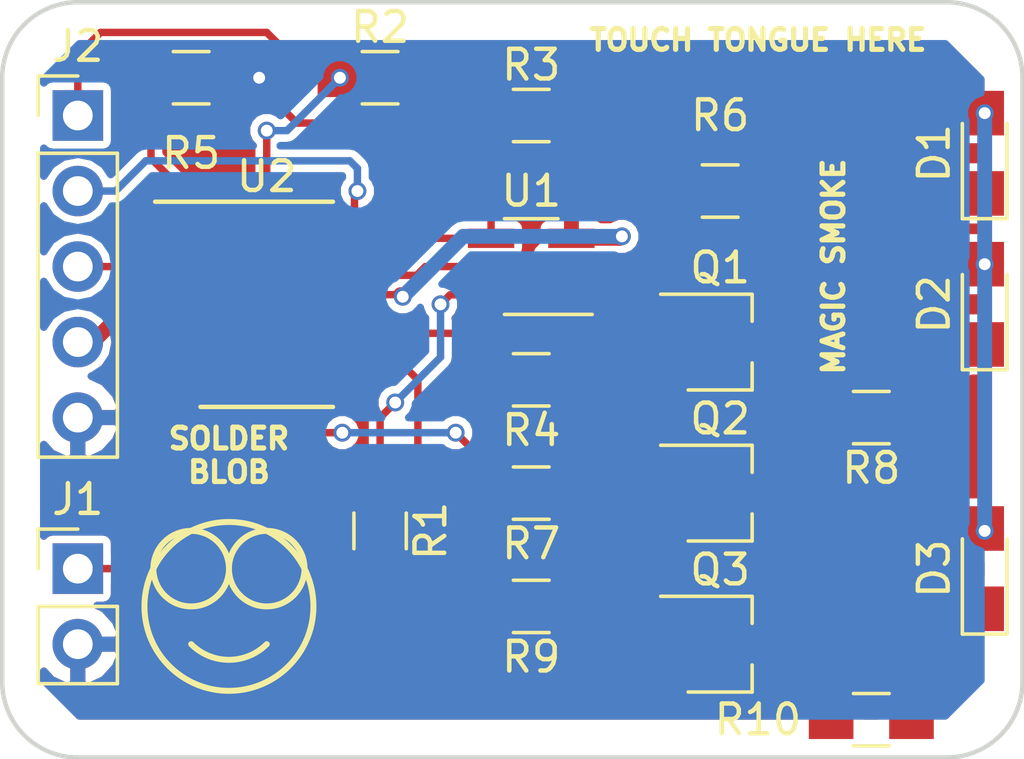
<source format=kicad_pcb>
(kicad_pcb (version 4) (host pcbnew 4.0.6)

  (general
    (links 38)
    (no_connects 0)
    (area 121.844999 87.445 157.765 113.105001)
    (thickness 1.6)
    (drawings 15)
    (tracks 124)
    (zones 0)
    (modules 20)
    (nets 31)
  )

  (page A4)
  (layers
    (0 F.Cu signal)
    (31 B.Cu signal)
    (32 B.Adhes user hide)
    (33 F.Adhes user hide)
    (34 B.Paste user hide)
    (35 F.Paste user hide)
    (36 B.SilkS user)
    (37 F.SilkS user)
    (38 B.Mask user hide)
    (39 F.Mask user hide)
    (40 Dwgs.User user)
    (41 Cmts.User user hide)
    (42 Eco1.User user hide)
    (43 Eco2.User user hide)
    (44 Edge.Cuts user)
    (45 Margin user hide)
    (46 B.CrtYd user hide)
    (47 F.CrtYd user hide)
    (48 B.Fab user hide)
    (49 F.Fab user hide)
  )

  (setup
    (last_trace_width 0.25)
    (user_trace_width 0.5)
    (user_trace_width 2)
    (trace_clearance 0.2)
    (zone_clearance 0.254)
    (zone_45_only no)
    (trace_min 0.2)
    (segment_width 0.2)
    (edge_width 0.15)
    (via_size 0.6)
    (via_drill 0.4)
    (via_min_size 0.4)
    (via_min_drill 0.3)
    (uvia_size 0.3)
    (uvia_drill 0.1)
    (uvias_allowed no)
    (uvia_min_size 0.2)
    (uvia_min_drill 0.1)
    (pcb_text_width 0.3)
    (pcb_text_size 1.5 1.5)
    (mod_edge_width 0.15)
    (mod_text_size 1 1)
    (mod_text_width 0.15)
    (pad_size 1.524 1.524)
    (pad_drill 0.762)
    (pad_to_mask_clearance 0.2)
    (aux_axis_origin 0 0)
    (visible_elements FFFEFFFF)
    (pcbplotparams
      (layerselection 0x010f0_80000001)
      (usegerberextensions false)
      (excludeedgelayer true)
      (linewidth 0.100000)
      (plotframeref false)
      (viasonmask false)
      (mode 1)
      (useauxorigin false)
      (hpglpennumber 1)
      (hpglpenspeed 20)
      (hpglpendiameter 15)
      (hpglpenoverlay 2)
      (psnegative false)
      (psa4output false)
      (plotreference true)
      (plotvalue false)
      (plotinvisibletext false)
      (padsonsilk false)
      (subtractmaskfromsilk false)
      (outputformat 1)
      (mirror false)
      (drillshape 0)
      (scaleselection 1)
      (outputdirectory gerbers_out/))
  )

  (net 0 "")
  (net 1 "Net-(D1-Pad1)")
  (net 2 +3V3)
  (net 3 "Net-(D2-Pad1)")
  (net 4 "Net-(D3-Pad1)")
  (net 5 "Net-(J1-Pad1)")
  (net 6 GND)
  (net 7 /SWDIO)
  (net 8 /SWCLK)
  (net 9 /NRST)
  (net 10 "Net-(Q1-Pad1)")
  (net 11 "Net-(Q1-Pad2)")
  (net 12 "Net-(Q2-Pad1)")
  (net 13 "Net-(Q2-Pad2)")
  (net 14 "Net-(Q3-Pad1)")
  (net 15 "Net-(Q3-Pad2)")
  (net 16 "Net-(R1-Pad1)")
  (net 17 /DAC_I2C_SCL)
  (net 18 /DAC_I2C_SDA)
  (net 19 /LED_1)
  (net 20 "Net-(R5-Pad2)")
  (net 21 /LED_2)
  (net 22 /LED_3)
  (net 23 "Net-(U2-Pad2)")
  (net 24 "Net-(U2-Pad3)")
  (net 25 "Net-(U2-Pad6)")
  (net 26 "Net-(U2-Pad7)")
  (net 27 "Net-(U2-Pad8)")
  (net 28 "Net-(U2-Pad9)")
  (net 29 "Net-(U2-Pad10)")
  (net 30 "Net-(U2-Pad11)")

  (net_class Default "This is the default net class."
    (clearance 0.2)
    (trace_width 0.25)
    (via_dia 0.6)
    (via_drill 0.4)
    (uvia_dia 0.3)
    (uvia_drill 0.1)
    (add_net /DAC_I2C_SCL)
    (add_net /DAC_I2C_SDA)
    (add_net /LED_1)
    (add_net /LED_2)
    (add_net /LED_3)
    (add_net /NRST)
    (add_net /SWCLK)
    (add_net /SWDIO)
    (add_net "Net-(D1-Pad1)")
    (add_net "Net-(D2-Pad1)")
    (add_net "Net-(D3-Pad1)")
    (add_net "Net-(J1-Pad1)")
    (add_net "Net-(Q1-Pad1)")
    (add_net "Net-(Q1-Pad2)")
    (add_net "Net-(Q2-Pad1)")
    (add_net "Net-(Q2-Pad2)")
    (add_net "Net-(Q3-Pad1)")
    (add_net "Net-(Q3-Pad2)")
    (add_net "Net-(R1-Pad1)")
    (add_net "Net-(R5-Pad2)")
    (add_net "Net-(U2-Pad10)")
    (add_net "Net-(U2-Pad11)")
    (add_net "Net-(U2-Pad2)")
    (add_net "Net-(U2-Pad3)")
    (add_net "Net-(U2-Pad6)")
    (add_net "Net-(U2-Pad7)")
    (add_net "Net-(U2-Pad8)")
    (add_net "Net-(U2-Pad9)")
  )

  (net_class POWER ""
    (clearance 0.2)
    (trace_width 0.5)
    (via_dia 0.6)
    (via_drill 0.4)
    (uvia_dia 0.3)
    (uvia_drill 0.1)
    (add_net +3V3)
    (add_net GND)
  )

  (module LEDs:LED_0805_HandSoldering (layer F.Cu) (tedit 595FCA25) (tstamp 59A56575)
    (at 154.94 92.71 90)
    (descr "Resistor SMD 0805, hand soldering")
    (tags "resistor 0805")
    (path /59A2282C)
    (attr smd)
    (fp_text reference D1 (at 0 -1.7 90) (layer F.SilkS)
      (effects (font (size 1 1) (thickness 0.15)))
    )
    (fp_text value LED (at 0 1.75 90) (layer F.Fab)
      (effects (font (size 1 1) (thickness 0.15)))
    )
    (fp_line (start -0.4 -0.4) (end -0.4 0.4) (layer F.Fab) (width 0.1))
    (fp_line (start -0.4 0) (end 0.2 -0.4) (layer F.Fab) (width 0.1))
    (fp_line (start 0.2 0.4) (end -0.4 0) (layer F.Fab) (width 0.1))
    (fp_line (start 0.2 -0.4) (end 0.2 0.4) (layer F.Fab) (width 0.1))
    (fp_line (start -1 0.62) (end -1 -0.62) (layer F.Fab) (width 0.1))
    (fp_line (start 1 0.62) (end -1 0.62) (layer F.Fab) (width 0.1))
    (fp_line (start 1 -0.62) (end 1 0.62) (layer F.Fab) (width 0.1))
    (fp_line (start -1 -0.62) (end 1 -0.62) (layer F.Fab) (width 0.1))
    (fp_line (start 1 0.75) (end -2.2 0.75) (layer F.SilkS) (width 0.12))
    (fp_line (start -2.2 -0.75) (end 1 -0.75) (layer F.SilkS) (width 0.12))
    (fp_line (start -2.35 -0.9) (end 2.35 -0.9) (layer F.CrtYd) (width 0.05))
    (fp_line (start -2.35 -0.9) (end -2.35 0.9) (layer F.CrtYd) (width 0.05))
    (fp_line (start 2.35 0.9) (end 2.35 -0.9) (layer F.CrtYd) (width 0.05))
    (fp_line (start 2.35 0.9) (end -2.35 0.9) (layer F.CrtYd) (width 0.05))
    (fp_line (start -2.2 -0.75) (end -2.2 0.75) (layer F.SilkS) (width 0.12))
    (pad 1 smd rect (at -1.35 0 90) (size 1.5 1.3) (layers F.Cu F.Paste F.Mask)
      (net 1 "Net-(D1-Pad1)"))
    (pad 2 smd rect (at 1.35 0 90) (size 1.5 1.3) (layers F.Cu F.Paste F.Mask)
      (net 2 +3V3))
    (model ${KISYS3DMOD}/LEDs.3dshapes/LED_0805.wrl
      (at (xyz 0 0 0))
      (scale (xyz 1 1 1))
      (rotate (xyz 0 0 0))
    )
  )

  (module LEDs:LED_0805_HandSoldering (layer F.Cu) (tedit 595FCA25) (tstamp 59A5658A)
    (at 154.94 97.79 90)
    (descr "Resistor SMD 0805, hand soldering")
    (tags "resistor 0805")
    (path /59A242D9)
    (attr smd)
    (fp_text reference D2 (at 0 -1.7 90) (layer F.SilkS)
      (effects (font (size 1 1) (thickness 0.15)))
    )
    (fp_text value LED (at 0 1.75 90) (layer F.Fab)
      (effects (font (size 1 1) (thickness 0.15)))
    )
    (fp_line (start -0.4 -0.4) (end -0.4 0.4) (layer F.Fab) (width 0.1))
    (fp_line (start -0.4 0) (end 0.2 -0.4) (layer F.Fab) (width 0.1))
    (fp_line (start 0.2 0.4) (end -0.4 0) (layer F.Fab) (width 0.1))
    (fp_line (start 0.2 -0.4) (end 0.2 0.4) (layer F.Fab) (width 0.1))
    (fp_line (start -1 0.62) (end -1 -0.62) (layer F.Fab) (width 0.1))
    (fp_line (start 1 0.62) (end -1 0.62) (layer F.Fab) (width 0.1))
    (fp_line (start 1 -0.62) (end 1 0.62) (layer F.Fab) (width 0.1))
    (fp_line (start -1 -0.62) (end 1 -0.62) (layer F.Fab) (width 0.1))
    (fp_line (start 1 0.75) (end -2.2 0.75) (layer F.SilkS) (width 0.12))
    (fp_line (start -2.2 -0.75) (end 1 -0.75) (layer F.SilkS) (width 0.12))
    (fp_line (start -2.35 -0.9) (end 2.35 -0.9) (layer F.CrtYd) (width 0.05))
    (fp_line (start -2.35 -0.9) (end -2.35 0.9) (layer F.CrtYd) (width 0.05))
    (fp_line (start 2.35 0.9) (end 2.35 -0.9) (layer F.CrtYd) (width 0.05))
    (fp_line (start 2.35 0.9) (end -2.35 0.9) (layer F.CrtYd) (width 0.05))
    (fp_line (start -2.2 -0.75) (end -2.2 0.75) (layer F.SilkS) (width 0.12))
    (pad 1 smd rect (at -1.35 0 90) (size 1.5 1.3) (layers F.Cu F.Paste F.Mask)
      (net 3 "Net-(D2-Pad1)"))
    (pad 2 smd rect (at 1.35 0 90) (size 1.5 1.3) (layers F.Cu F.Paste F.Mask)
      (net 2 +3V3))
    (model ${KISYS3DMOD}/LEDs.3dshapes/LED_0805.wrl
      (at (xyz 0 0 0))
      (scale (xyz 1 1 1))
      (rotate (xyz 0 0 0))
    )
  )

  (module LEDs:LED_0805_HandSoldering (layer F.Cu) (tedit 595FCA25) (tstamp 59A5659F)
    (at 154.94 106.68 90)
    (descr "Resistor SMD 0805, hand soldering")
    (tags "resistor 0805")
    (path /59A2446C)
    (attr smd)
    (fp_text reference D3 (at 0 -1.7 90) (layer F.SilkS)
      (effects (font (size 1 1) (thickness 0.15)))
    )
    (fp_text value LED (at 0 1.75 90) (layer F.Fab)
      (effects (font (size 1 1) (thickness 0.15)))
    )
    (fp_line (start -0.4 -0.4) (end -0.4 0.4) (layer F.Fab) (width 0.1))
    (fp_line (start -0.4 0) (end 0.2 -0.4) (layer F.Fab) (width 0.1))
    (fp_line (start 0.2 0.4) (end -0.4 0) (layer F.Fab) (width 0.1))
    (fp_line (start 0.2 -0.4) (end 0.2 0.4) (layer F.Fab) (width 0.1))
    (fp_line (start -1 0.62) (end -1 -0.62) (layer F.Fab) (width 0.1))
    (fp_line (start 1 0.62) (end -1 0.62) (layer F.Fab) (width 0.1))
    (fp_line (start 1 -0.62) (end 1 0.62) (layer F.Fab) (width 0.1))
    (fp_line (start -1 -0.62) (end 1 -0.62) (layer F.Fab) (width 0.1))
    (fp_line (start 1 0.75) (end -2.2 0.75) (layer F.SilkS) (width 0.12))
    (fp_line (start -2.2 -0.75) (end 1 -0.75) (layer F.SilkS) (width 0.12))
    (fp_line (start -2.35 -0.9) (end 2.35 -0.9) (layer F.CrtYd) (width 0.05))
    (fp_line (start -2.35 -0.9) (end -2.35 0.9) (layer F.CrtYd) (width 0.05))
    (fp_line (start 2.35 0.9) (end 2.35 -0.9) (layer F.CrtYd) (width 0.05))
    (fp_line (start 2.35 0.9) (end -2.35 0.9) (layer F.CrtYd) (width 0.05))
    (fp_line (start -2.2 -0.75) (end -2.2 0.75) (layer F.SilkS) (width 0.12))
    (pad 1 smd rect (at -1.35 0 90) (size 1.5 1.3) (layers F.Cu F.Paste F.Mask)
      (net 4 "Net-(D3-Pad1)"))
    (pad 2 smd rect (at 1.35 0 90) (size 1.5 1.3) (layers F.Cu F.Paste F.Mask)
      (net 2 +3V3))
    (model ${KISYS3DMOD}/LEDs.3dshapes/LED_0805.wrl
      (at (xyz 0 0 0))
      (scale (xyz 1 1 1))
      (rotate (xyz 0 0 0))
    )
  )

  (module Pin_Headers:Pin_Header_Straight_1x02_Pitch2.54mm (layer F.Cu) (tedit 59A56ACF) (tstamp 59A565B5)
    (at 124.46 106.68)
    (descr "Through hole straight pin header, 1x02, 2.54mm pitch, single row")
    (tags "Through hole pin header THT 1x02 2.54mm single row")
    (path /59A4271D)
    (fp_text reference J1 (at 0 -2.33) (layer F.SilkS)
      (effects (font (size 1 1) (thickness 0.15)))
    )
    (fp_text value CONN_01X02 (at 2.54 1.27 90) (layer F.Fab)
      (effects (font (size 1 1) (thickness 0.15)))
    )
    (fp_line (start -0.635 -1.27) (end 1.27 -1.27) (layer F.Fab) (width 0.1))
    (fp_line (start 1.27 -1.27) (end 1.27 3.81) (layer F.Fab) (width 0.1))
    (fp_line (start 1.27 3.81) (end -1.27 3.81) (layer F.Fab) (width 0.1))
    (fp_line (start -1.27 3.81) (end -1.27 -0.635) (layer F.Fab) (width 0.1))
    (fp_line (start -1.27 -0.635) (end -0.635 -1.27) (layer F.Fab) (width 0.1))
    (fp_line (start -1.33 3.87) (end 1.33 3.87) (layer F.SilkS) (width 0.12))
    (fp_line (start -1.33 1.27) (end -1.33 3.87) (layer F.SilkS) (width 0.12))
    (fp_line (start 1.33 1.27) (end 1.33 3.87) (layer F.SilkS) (width 0.12))
    (fp_line (start -1.33 1.27) (end 1.33 1.27) (layer F.SilkS) (width 0.12))
    (fp_line (start -1.33 0) (end -1.33 -1.33) (layer F.SilkS) (width 0.12))
    (fp_line (start -1.33 -1.33) (end 0 -1.33) (layer F.SilkS) (width 0.12))
    (fp_line (start -1.8 -1.8) (end -1.8 4.35) (layer F.CrtYd) (width 0.05))
    (fp_line (start -1.8 4.35) (end 1.8 4.35) (layer F.CrtYd) (width 0.05))
    (fp_line (start 1.8 4.35) (end 1.8 -1.8) (layer F.CrtYd) (width 0.05))
    (fp_line (start 1.8 -1.8) (end -1.8 -1.8) (layer F.CrtYd) (width 0.05))
    (fp_text user %R (at 0 1.27 90) (layer F.Fab)
      (effects (font (size 1 1) (thickness 0.15)))
    )
    (pad 1 thru_hole rect (at 0 0) (size 1.7 1.7) (drill 1) (layers *.Cu *.Mask)
      (net 5 "Net-(J1-Pad1)"))
    (pad 2 thru_hole oval (at 0 2.54) (size 1.7 1.7) (drill 1) (layers *.Cu *.Mask)
      (net 6 GND))
    (model ${KISYS3DMOD}/Pin_Headers.3dshapes/Pin_Header_Straight_1x02_Pitch2.54mm.wrl
      (at (xyz 0 0 0))
      (scale (xyz 1 1 1))
      (rotate (xyz 0 0 0))
    )
  )

  (module Pin_Headers:Pin_Header_Straight_1x05_Pitch2.54mm (layer F.Cu) (tedit 59A56ACC) (tstamp 59A565CE)
    (at 124.46 91.44)
    (descr "Through hole straight pin header, 1x05, 2.54mm pitch, single row")
    (tags "Through hole pin header THT 1x05 2.54mm single row")
    (path /59A44B9F)
    (fp_text reference J2 (at 0 -2.33) (layer F.SilkS)
      (effects (font (size 1 1) (thickness 0.15)))
    )
    (fp_text value CONN_01X05 (at 2.54 5.08 90) (layer F.Fab)
      (effects (font (size 1 1) (thickness 0.15)))
    )
    (fp_line (start -0.635 -1.27) (end 1.27 -1.27) (layer F.Fab) (width 0.1))
    (fp_line (start 1.27 -1.27) (end 1.27 11.43) (layer F.Fab) (width 0.1))
    (fp_line (start 1.27 11.43) (end -1.27 11.43) (layer F.Fab) (width 0.1))
    (fp_line (start -1.27 11.43) (end -1.27 -0.635) (layer F.Fab) (width 0.1))
    (fp_line (start -1.27 -0.635) (end -0.635 -1.27) (layer F.Fab) (width 0.1))
    (fp_line (start -1.33 11.49) (end 1.33 11.49) (layer F.SilkS) (width 0.12))
    (fp_line (start -1.33 1.27) (end -1.33 11.49) (layer F.SilkS) (width 0.12))
    (fp_line (start 1.33 1.27) (end 1.33 11.49) (layer F.SilkS) (width 0.12))
    (fp_line (start -1.33 1.27) (end 1.33 1.27) (layer F.SilkS) (width 0.12))
    (fp_line (start -1.33 0) (end -1.33 -1.33) (layer F.SilkS) (width 0.12))
    (fp_line (start -1.33 -1.33) (end 0 -1.33) (layer F.SilkS) (width 0.12))
    (fp_line (start -1.8 -1.8) (end -1.8 11.95) (layer F.CrtYd) (width 0.05))
    (fp_line (start -1.8 11.95) (end 1.8 11.95) (layer F.CrtYd) (width 0.05))
    (fp_line (start 1.8 11.95) (end 1.8 -1.8) (layer F.CrtYd) (width 0.05))
    (fp_line (start 1.8 -1.8) (end -1.8 -1.8) (layer F.CrtYd) (width 0.05))
    (fp_text user %R (at 0 5.08 90) (layer F.Fab)
      (effects (font (size 1 1) (thickness 0.15)))
    )
    (pad 1 thru_hole rect (at 0 0) (size 1.7 1.7) (drill 1) (layers *.Cu *.Mask)
      (net 7 /SWDIO))
    (pad 2 thru_hole oval (at 0 2.54) (size 1.7 1.7) (drill 1) (layers *.Cu *.Mask)
      (net 8 /SWCLK))
    (pad 3 thru_hole oval (at 0 5.08) (size 1.7 1.7) (drill 1) (layers *.Cu *.Mask)
      (net 9 /NRST))
    (pad 4 thru_hole oval (at 0 7.62) (size 1.7 1.7) (drill 1) (layers *.Cu *.Mask)
      (net 2 +3V3))
    (pad 5 thru_hole oval (at 0 10.16) (size 1.7 1.7) (drill 1) (layers *.Cu *.Mask)
      (net 6 GND))
    (model ${KISYS3DMOD}/Pin_Headers.3dshapes/Pin_Header_Straight_1x05_Pitch2.54mm.wrl
      (at (xyz 0 0 0))
      (scale (xyz 1 1 1))
      (rotate (xyz 0 0 0))
    )
  )

  (module TO_SOT_Packages_SMD:SOT-23W_Handsoldering (layer F.Cu) (tedit 5997FF7E) (tstamp 59A565E3)
    (at 146.05 99.06)
    (descr "SOT-23W http://www.allegromicro.com/~/media/Files/Datasheets/A112x-Datasheet.ashx?la=en&hash=7BC461E058CC246E0BAB62433B2F1ECA104CA9D3")
    (tags "SOT-23W for handsoldering")
    (path /59A227AE)
    (attr smd)
    (fp_text reference Q1 (at 0 -2.5) (layer F.SilkS)
      (effects (font (size 1 1) (thickness 0.15)))
    )
    (fp_text value BC547 (at 0 2.5) (layer F.Fab)
      (effects (font (size 1 1) (thickness 0.15)))
    )
    (fp_line (start 1.075 0.7) (end 1.075 1.61) (layer F.SilkS) (width 0.12))
    (fp_line (start 1.075 -1.6) (end 1.075 -0.7) (layer F.SilkS) (width 0.12))
    (fp_line (start -2 -1.61) (end 1.075 -1.61) (layer F.SilkS) (width 0.12))
    (fp_line (start -1.075 1.61) (end 1.075 1.61) (layer F.SilkS) (width 0.12))
    (fp_text user %R (at 0 0 90) (layer F.Fab)
      (effects (font (size 0.5 0.5) (thickness 0.075)))
    )
    (fp_line (start -0.955 -0.49) (end -0.955 1.49) (layer F.Fab) (width 0.1))
    (fp_line (start 0.045 -1.49) (end 0.955 -1.49) (layer F.Fab) (width 0.1))
    (fp_line (start -0.955 -0.49) (end 0.045 -1.49) (layer F.Fab) (width 0.1))
    (fp_line (start 0.955 -1.49) (end 0.955 1.49) (layer F.Fab) (width 0.1))
    (fp_line (start -0.955 1.49) (end 0.955 1.49) (layer F.Fab) (width 0.1))
    (fp_line (start -2.95 -1.74) (end 2.95 -1.74) (layer F.CrtYd) (width 0.05))
    (fp_line (start 2.95 -1.74) (end 2.95 1.74) (layer F.CrtYd) (width 0.05))
    (fp_line (start 2.95 1.74) (end -2.95 1.74) (layer F.CrtYd) (width 0.05))
    (fp_line (start -2.95 1.74) (end -2.95 -1.74) (layer F.CrtYd) (width 0.05))
    (pad 1 smd rect (at -1.7 -0.95) (size 2 0.7) (layers F.Cu F.Paste F.Mask)
      (net 10 "Net-(Q1-Pad1)"))
    (pad 2 smd rect (at -1.7 0.95) (size 2 0.7) (layers F.Cu F.Paste F.Mask)
      (net 11 "Net-(Q1-Pad2)"))
    (pad 3 smd rect (at 1.7 0) (size 2 0.7) (layers F.Cu F.Paste F.Mask)
      (net 6 GND))
    (model ${KISYS3DMOD}/TO_SOT_Packages_SMD.3dshapes/SOT-23W_Handsoldering.wrl
      (at (xyz 0 0 0))
      (scale (xyz 1 1 1))
      (rotate (xyz 0 0 0))
    )
  )

  (module TO_SOT_Packages_SMD:SOT-23W_Handsoldering (layer F.Cu) (tedit 5997FF7E) (tstamp 59A565F8)
    (at 146.05 104.14)
    (descr "SOT-23W http://www.allegromicro.com/~/media/Files/Datasheets/A112x-Datasheet.ashx?la=en&hash=7BC461E058CC246E0BAB62433B2F1ECA104CA9D3")
    (tags "SOT-23W for handsoldering")
    (path /59A242D3)
    (attr smd)
    (fp_text reference Q2 (at 0 -2.5) (layer F.SilkS)
      (effects (font (size 1 1) (thickness 0.15)))
    )
    (fp_text value BC547 (at 0 2.5) (layer F.Fab)
      (effects (font (size 1 1) (thickness 0.15)))
    )
    (fp_line (start 1.075 0.7) (end 1.075 1.61) (layer F.SilkS) (width 0.12))
    (fp_line (start 1.075 -1.6) (end 1.075 -0.7) (layer F.SilkS) (width 0.12))
    (fp_line (start -2 -1.61) (end 1.075 -1.61) (layer F.SilkS) (width 0.12))
    (fp_line (start -1.075 1.61) (end 1.075 1.61) (layer F.SilkS) (width 0.12))
    (fp_text user %R (at 0 0 90) (layer F.Fab)
      (effects (font (size 0.5 0.5) (thickness 0.075)))
    )
    (fp_line (start -0.955 -0.49) (end -0.955 1.49) (layer F.Fab) (width 0.1))
    (fp_line (start 0.045 -1.49) (end 0.955 -1.49) (layer F.Fab) (width 0.1))
    (fp_line (start -0.955 -0.49) (end 0.045 -1.49) (layer F.Fab) (width 0.1))
    (fp_line (start 0.955 -1.49) (end 0.955 1.49) (layer F.Fab) (width 0.1))
    (fp_line (start -0.955 1.49) (end 0.955 1.49) (layer F.Fab) (width 0.1))
    (fp_line (start -2.95 -1.74) (end 2.95 -1.74) (layer F.CrtYd) (width 0.05))
    (fp_line (start 2.95 -1.74) (end 2.95 1.74) (layer F.CrtYd) (width 0.05))
    (fp_line (start 2.95 1.74) (end -2.95 1.74) (layer F.CrtYd) (width 0.05))
    (fp_line (start -2.95 1.74) (end -2.95 -1.74) (layer F.CrtYd) (width 0.05))
    (pad 1 smd rect (at -1.7 -0.95) (size 2 0.7) (layers F.Cu F.Paste F.Mask)
      (net 12 "Net-(Q2-Pad1)"))
    (pad 2 smd rect (at -1.7 0.95) (size 2 0.7) (layers F.Cu F.Paste F.Mask)
      (net 13 "Net-(Q2-Pad2)"))
    (pad 3 smd rect (at 1.7 0) (size 2 0.7) (layers F.Cu F.Paste F.Mask)
      (net 6 GND))
    (model ${KISYS3DMOD}/TO_SOT_Packages_SMD.3dshapes/SOT-23W_Handsoldering.wrl
      (at (xyz 0 0 0))
      (scale (xyz 1 1 1))
      (rotate (xyz 0 0 0))
    )
  )

  (module TO_SOT_Packages_SMD:SOT-23W_Handsoldering (layer F.Cu) (tedit 5997FF7E) (tstamp 59A5660D)
    (at 146.05 109.22)
    (descr "SOT-23W http://www.allegromicro.com/~/media/Files/Datasheets/A112x-Datasheet.ashx?la=en&hash=7BC461E058CC246E0BAB62433B2F1ECA104CA9D3")
    (tags "SOT-23W for handsoldering")
    (path /59A24466)
    (attr smd)
    (fp_text reference Q3 (at 0 -2.5) (layer F.SilkS)
      (effects (font (size 1 1) (thickness 0.15)))
    )
    (fp_text value BC547 (at 0 2.5) (layer F.Fab)
      (effects (font (size 1 1) (thickness 0.15)))
    )
    (fp_line (start 1.075 0.7) (end 1.075 1.61) (layer F.SilkS) (width 0.12))
    (fp_line (start 1.075 -1.6) (end 1.075 -0.7) (layer F.SilkS) (width 0.12))
    (fp_line (start -2 -1.61) (end 1.075 -1.61) (layer F.SilkS) (width 0.12))
    (fp_line (start -1.075 1.61) (end 1.075 1.61) (layer F.SilkS) (width 0.12))
    (fp_text user %R (at 0 0 90) (layer F.Fab)
      (effects (font (size 0.5 0.5) (thickness 0.075)))
    )
    (fp_line (start -0.955 -0.49) (end -0.955 1.49) (layer F.Fab) (width 0.1))
    (fp_line (start 0.045 -1.49) (end 0.955 -1.49) (layer F.Fab) (width 0.1))
    (fp_line (start -0.955 -0.49) (end 0.045 -1.49) (layer F.Fab) (width 0.1))
    (fp_line (start 0.955 -1.49) (end 0.955 1.49) (layer F.Fab) (width 0.1))
    (fp_line (start -0.955 1.49) (end 0.955 1.49) (layer F.Fab) (width 0.1))
    (fp_line (start -2.95 -1.74) (end 2.95 -1.74) (layer F.CrtYd) (width 0.05))
    (fp_line (start 2.95 -1.74) (end 2.95 1.74) (layer F.CrtYd) (width 0.05))
    (fp_line (start 2.95 1.74) (end -2.95 1.74) (layer F.CrtYd) (width 0.05))
    (fp_line (start -2.95 1.74) (end -2.95 -1.74) (layer F.CrtYd) (width 0.05))
    (pad 1 smd rect (at -1.7 -0.95) (size 2 0.7) (layers F.Cu F.Paste F.Mask)
      (net 14 "Net-(Q3-Pad1)"))
    (pad 2 smd rect (at -1.7 0.95) (size 2 0.7) (layers F.Cu F.Paste F.Mask)
      (net 15 "Net-(Q3-Pad2)"))
    (pad 3 smd rect (at 1.7 0) (size 2 0.7) (layers F.Cu F.Paste F.Mask)
      (net 6 GND))
    (model ${KISYS3DMOD}/TO_SOT_Packages_SMD.3dshapes/SOT-23W_Handsoldering.wrl
      (at (xyz 0 0 0))
      (scale (xyz 1 1 1))
      (rotate (xyz 0 0 0))
    )
  )

  (module Resistors_SMD:R_0805_HandSoldering (layer F.Cu) (tedit 58E0A804) (tstamp 59A5661E)
    (at 134.62 105.41 270)
    (descr "Resistor SMD 0805, hand soldering")
    (tags "resistor 0805")
    (path /59A3FB06)
    (attr smd)
    (fp_text reference R1 (at 0 -1.7 270) (layer F.SilkS)
      (effects (font (size 1 1) (thickness 0.15)))
    )
    (fp_text value 10K (at 0 1.75 270) (layer F.Fab)
      (effects (font (size 1 1) (thickness 0.15)))
    )
    (fp_text user %R (at 0 0 270) (layer F.Fab)
      (effects (font (size 0.5 0.5) (thickness 0.075)))
    )
    (fp_line (start -1 0.62) (end -1 -0.62) (layer F.Fab) (width 0.1))
    (fp_line (start 1 0.62) (end -1 0.62) (layer F.Fab) (width 0.1))
    (fp_line (start 1 -0.62) (end 1 0.62) (layer F.Fab) (width 0.1))
    (fp_line (start -1 -0.62) (end 1 -0.62) (layer F.Fab) (width 0.1))
    (fp_line (start 0.6 0.88) (end -0.6 0.88) (layer F.SilkS) (width 0.12))
    (fp_line (start -0.6 -0.88) (end 0.6 -0.88) (layer F.SilkS) (width 0.12))
    (fp_line (start -2.35 -0.9) (end 2.35 -0.9) (layer F.CrtYd) (width 0.05))
    (fp_line (start -2.35 -0.9) (end -2.35 0.9) (layer F.CrtYd) (width 0.05))
    (fp_line (start 2.35 0.9) (end 2.35 -0.9) (layer F.CrtYd) (width 0.05))
    (fp_line (start 2.35 0.9) (end -2.35 0.9) (layer F.CrtYd) (width 0.05))
    (pad 1 smd rect (at -1.35 0 270) (size 1.5 1.3) (layers F.Cu F.Paste F.Mask)
      (net 16 "Net-(R1-Pad1)"))
    (pad 2 smd rect (at 1.35 0 270) (size 1.5 1.3) (layers F.Cu F.Paste F.Mask)
      (net 6 GND))
    (model ${KISYS3DMOD}/Resistors_SMD.3dshapes/R_0805.wrl
      (at (xyz 0 0 0))
      (scale (xyz 1 1 1))
      (rotate (xyz 0 0 0))
    )
  )

  (module Resistors_SMD:R_0805_HandSoldering (layer F.Cu) (tedit 58E0A804) (tstamp 59A5662F)
    (at 134.62 90.17)
    (descr "Resistor SMD 0805, hand soldering")
    (tags "resistor 0805")
    (path /59A406F3)
    (attr smd)
    (fp_text reference R2 (at 0 -1.7) (layer F.SilkS)
      (effects (font (size 1 1) (thickness 0.15)))
    )
    (fp_text value 4K7 (at 0 1.75) (layer F.Fab)
      (effects (font (size 1 1) (thickness 0.15)))
    )
    (fp_text user %R (at 0 0) (layer F.Fab)
      (effects (font (size 0.5 0.5) (thickness 0.075)))
    )
    (fp_line (start -1 0.62) (end -1 -0.62) (layer F.Fab) (width 0.1))
    (fp_line (start 1 0.62) (end -1 0.62) (layer F.Fab) (width 0.1))
    (fp_line (start 1 -0.62) (end 1 0.62) (layer F.Fab) (width 0.1))
    (fp_line (start -1 -0.62) (end 1 -0.62) (layer F.Fab) (width 0.1))
    (fp_line (start 0.6 0.88) (end -0.6 0.88) (layer F.SilkS) (width 0.12))
    (fp_line (start -0.6 -0.88) (end 0.6 -0.88) (layer F.SilkS) (width 0.12))
    (fp_line (start -2.35 -0.9) (end 2.35 -0.9) (layer F.CrtYd) (width 0.05))
    (fp_line (start -2.35 -0.9) (end -2.35 0.9) (layer F.CrtYd) (width 0.05))
    (fp_line (start 2.35 0.9) (end 2.35 -0.9) (layer F.CrtYd) (width 0.05))
    (fp_line (start 2.35 0.9) (end -2.35 0.9) (layer F.CrtYd) (width 0.05))
    (pad 1 smd rect (at -1.35 0) (size 1.5 1.3) (layers F.Cu F.Paste F.Mask)
      (net 17 /DAC_I2C_SCL))
    (pad 2 smd rect (at 1.35 0) (size 1.5 1.3) (layers F.Cu F.Paste F.Mask)
      (net 2 +3V3))
    (model ${KISYS3DMOD}/Resistors_SMD.3dshapes/R_0805.wrl
      (at (xyz 0 0 0))
      (scale (xyz 1 1 1))
      (rotate (xyz 0 0 0))
    )
  )

  (module Resistors_SMD:R_0805_HandSoldering (layer F.Cu) (tedit 58E0A804) (tstamp 59A56640)
    (at 139.7 91.44)
    (descr "Resistor SMD 0805, hand soldering")
    (tags "resistor 0805")
    (path /59A407A3)
    (attr smd)
    (fp_text reference R3 (at 0 -1.7) (layer F.SilkS)
      (effects (font (size 1 1) (thickness 0.15)))
    )
    (fp_text value 4K7 (at 0 1.75) (layer F.Fab)
      (effects (font (size 1 1) (thickness 0.15)))
    )
    (fp_text user %R (at 0 0) (layer F.Fab)
      (effects (font (size 0.5 0.5) (thickness 0.075)))
    )
    (fp_line (start -1 0.62) (end -1 -0.62) (layer F.Fab) (width 0.1))
    (fp_line (start 1 0.62) (end -1 0.62) (layer F.Fab) (width 0.1))
    (fp_line (start 1 -0.62) (end 1 0.62) (layer F.Fab) (width 0.1))
    (fp_line (start -1 -0.62) (end 1 -0.62) (layer F.Fab) (width 0.1))
    (fp_line (start 0.6 0.88) (end -0.6 0.88) (layer F.SilkS) (width 0.12))
    (fp_line (start -0.6 -0.88) (end 0.6 -0.88) (layer F.SilkS) (width 0.12))
    (fp_line (start -2.35 -0.9) (end 2.35 -0.9) (layer F.CrtYd) (width 0.05))
    (fp_line (start -2.35 -0.9) (end -2.35 0.9) (layer F.CrtYd) (width 0.05))
    (fp_line (start 2.35 0.9) (end 2.35 -0.9) (layer F.CrtYd) (width 0.05))
    (fp_line (start 2.35 0.9) (end -2.35 0.9) (layer F.CrtYd) (width 0.05))
    (pad 1 smd rect (at -1.35 0) (size 1.5 1.3) (layers F.Cu F.Paste F.Mask)
      (net 18 /DAC_I2C_SDA))
    (pad 2 smd rect (at 1.35 0) (size 1.5 1.3) (layers F.Cu F.Paste F.Mask)
      (net 2 +3V3))
    (model ${KISYS3DMOD}/Resistors_SMD.3dshapes/R_0805.wrl
      (at (xyz 0 0 0))
      (scale (xyz 1 1 1))
      (rotate (xyz 0 0 0))
    )
  )

  (module Resistors_SMD:R_0805_HandSoldering (layer F.Cu) (tedit 58E0A804) (tstamp 59A56651)
    (at 139.7 100.33 180)
    (descr "Resistor SMD 0805, hand soldering")
    (tags "resistor 0805")
    (path /59A22F65)
    (attr smd)
    (fp_text reference R4 (at 0 -1.7 180) (layer F.SilkS)
      (effects (font (size 1 1) (thickness 0.15)))
    )
    (fp_text value 4K7 (at 0 1.75 180) (layer F.Fab)
      (effects (font (size 1 1) (thickness 0.15)))
    )
    (fp_text user %R (at 0 0 180) (layer F.Fab)
      (effects (font (size 0.5 0.5) (thickness 0.075)))
    )
    (fp_line (start -1 0.62) (end -1 -0.62) (layer F.Fab) (width 0.1))
    (fp_line (start 1 0.62) (end -1 0.62) (layer F.Fab) (width 0.1))
    (fp_line (start 1 -0.62) (end 1 0.62) (layer F.Fab) (width 0.1))
    (fp_line (start -1 -0.62) (end 1 -0.62) (layer F.Fab) (width 0.1))
    (fp_line (start 0.6 0.88) (end -0.6 0.88) (layer F.SilkS) (width 0.12))
    (fp_line (start -0.6 -0.88) (end 0.6 -0.88) (layer F.SilkS) (width 0.12))
    (fp_line (start -2.35 -0.9) (end 2.35 -0.9) (layer F.CrtYd) (width 0.05))
    (fp_line (start -2.35 -0.9) (end -2.35 0.9) (layer F.CrtYd) (width 0.05))
    (fp_line (start 2.35 0.9) (end 2.35 -0.9) (layer F.CrtYd) (width 0.05))
    (fp_line (start 2.35 0.9) (end -2.35 0.9) (layer F.CrtYd) (width 0.05))
    (pad 1 smd rect (at -1.35 0 180) (size 1.5 1.3) (layers F.Cu F.Paste F.Mask)
      (net 11 "Net-(Q1-Pad2)"))
    (pad 2 smd rect (at 1.35 0 180) (size 1.5 1.3) (layers F.Cu F.Paste F.Mask)
      (net 19 /LED_1))
    (model ${KISYS3DMOD}/Resistors_SMD.3dshapes/R_0805.wrl
      (at (xyz 0 0 0))
      (scale (xyz 1 1 1))
      (rotate (xyz 0 0 0))
    )
  )

  (module Resistors_SMD:R_0805_HandSoldering (layer F.Cu) (tedit 59A56F57) (tstamp 59A56662)
    (at 128.27 90.17 180)
    (descr "Resistor SMD 0805, hand soldering")
    (tags "resistor 0805")
    (path /59A45A81)
    (attr smd)
    (fp_text reference R5 (at 0 -2.54 180) (layer F.SilkS)
      (effects (font (size 1 1) (thickness 0.15)))
    )
    (fp_text value 4K7 (at 0 1.75 180) (layer F.Fab)
      (effects (font (size 1 1) (thickness 0.15)))
    )
    (fp_text user %R (at 0 0 180) (layer F.Fab)
      (effects (font (size 0.5 0.5) (thickness 0.075)))
    )
    (fp_line (start -1 0.62) (end -1 -0.62) (layer F.Fab) (width 0.1))
    (fp_line (start 1 0.62) (end -1 0.62) (layer F.Fab) (width 0.1))
    (fp_line (start 1 -0.62) (end 1 0.62) (layer F.Fab) (width 0.1))
    (fp_line (start -1 -0.62) (end 1 -0.62) (layer F.Fab) (width 0.1))
    (fp_line (start 0.6 0.88) (end -0.6 0.88) (layer F.SilkS) (width 0.12))
    (fp_line (start -0.6 -0.88) (end 0.6 -0.88) (layer F.SilkS) (width 0.12))
    (fp_line (start -2.35 -0.9) (end 2.35 -0.9) (layer F.CrtYd) (width 0.05))
    (fp_line (start -2.35 -0.9) (end -2.35 0.9) (layer F.CrtYd) (width 0.05))
    (fp_line (start 2.35 0.9) (end 2.35 -0.9) (layer F.CrtYd) (width 0.05))
    (fp_line (start 2.35 0.9) (end -2.35 0.9) (layer F.CrtYd) (width 0.05))
    (pad 1 smd rect (at -1.35 0 180) (size 1.5 1.3) (layers F.Cu F.Paste F.Mask)
      (net 6 GND))
    (pad 2 smd rect (at 1.35 0 180) (size 1.5 1.3) (layers F.Cu F.Paste F.Mask)
      (net 20 "Net-(R5-Pad2)"))
    (model ${KISYS3DMOD}/Resistors_SMD.3dshapes/R_0805.wrl
      (at (xyz 0 0 0))
      (scale (xyz 1 1 1))
      (rotate (xyz 0 0 0))
    )
  )

  (module Resistors_SMD:R_0805_HandSoldering (layer F.Cu) (tedit 59A56E65) (tstamp 59A56673)
    (at 146.05 93.98 180)
    (descr "Resistor SMD 0805, hand soldering")
    (tags "resistor 0805")
    (path /59A22E5B)
    (attr smd)
    (fp_text reference R6 (at 0 2.54 180) (layer F.SilkS)
      (effects (font (size 1 1) (thickness 0.15)))
    )
    (fp_text value 100R (at 0 1.75 180) (layer F.Fab)
      (effects (font (size 1 1) (thickness 0.15)))
    )
    (fp_text user %R (at 0 0 180) (layer F.Fab)
      (effects (font (size 0.5 0.5) (thickness 0.075)))
    )
    (fp_line (start -1 0.62) (end -1 -0.62) (layer F.Fab) (width 0.1))
    (fp_line (start 1 0.62) (end -1 0.62) (layer F.Fab) (width 0.1))
    (fp_line (start 1 -0.62) (end 1 0.62) (layer F.Fab) (width 0.1))
    (fp_line (start -1 -0.62) (end 1 -0.62) (layer F.Fab) (width 0.1))
    (fp_line (start 0.6 0.88) (end -0.6 0.88) (layer F.SilkS) (width 0.12))
    (fp_line (start -0.6 -0.88) (end 0.6 -0.88) (layer F.SilkS) (width 0.12))
    (fp_line (start -2.35 -0.9) (end 2.35 -0.9) (layer F.CrtYd) (width 0.05))
    (fp_line (start -2.35 -0.9) (end -2.35 0.9) (layer F.CrtYd) (width 0.05))
    (fp_line (start 2.35 0.9) (end 2.35 -0.9) (layer F.CrtYd) (width 0.05))
    (fp_line (start 2.35 0.9) (end -2.35 0.9) (layer F.CrtYd) (width 0.05))
    (pad 1 smd rect (at -1.35 0 180) (size 1.5 1.3) (layers F.Cu F.Paste F.Mask)
      (net 1 "Net-(D1-Pad1)"))
    (pad 2 smd rect (at 1.35 0 180) (size 1.5 1.3) (layers F.Cu F.Paste F.Mask)
      (net 10 "Net-(Q1-Pad1)"))
    (model ${KISYS3DMOD}/Resistors_SMD.3dshapes/R_0805.wrl
      (at (xyz 0 0 0))
      (scale (xyz 1 1 1))
      (rotate (xyz 0 0 0))
    )
  )

  (module Resistors_SMD:R_0805_HandSoldering (layer F.Cu) (tedit 58E0A804) (tstamp 59A56684)
    (at 139.7 104.14 180)
    (descr "Resistor SMD 0805, hand soldering")
    (tags "resistor 0805")
    (path /59A242E5)
    (attr smd)
    (fp_text reference R7 (at 0 -1.7 180) (layer F.SilkS)
      (effects (font (size 1 1) (thickness 0.15)))
    )
    (fp_text value 4K7 (at 0 1.75 180) (layer F.Fab)
      (effects (font (size 1 1) (thickness 0.15)))
    )
    (fp_text user %R (at 0 0 180) (layer F.Fab)
      (effects (font (size 0.5 0.5) (thickness 0.075)))
    )
    (fp_line (start -1 0.62) (end -1 -0.62) (layer F.Fab) (width 0.1))
    (fp_line (start 1 0.62) (end -1 0.62) (layer F.Fab) (width 0.1))
    (fp_line (start 1 -0.62) (end 1 0.62) (layer F.Fab) (width 0.1))
    (fp_line (start -1 -0.62) (end 1 -0.62) (layer F.Fab) (width 0.1))
    (fp_line (start 0.6 0.88) (end -0.6 0.88) (layer F.SilkS) (width 0.12))
    (fp_line (start -0.6 -0.88) (end 0.6 -0.88) (layer F.SilkS) (width 0.12))
    (fp_line (start -2.35 -0.9) (end 2.35 -0.9) (layer F.CrtYd) (width 0.05))
    (fp_line (start -2.35 -0.9) (end -2.35 0.9) (layer F.CrtYd) (width 0.05))
    (fp_line (start 2.35 0.9) (end 2.35 -0.9) (layer F.CrtYd) (width 0.05))
    (fp_line (start 2.35 0.9) (end -2.35 0.9) (layer F.CrtYd) (width 0.05))
    (pad 1 smd rect (at -1.35 0 180) (size 1.5 1.3) (layers F.Cu F.Paste F.Mask)
      (net 13 "Net-(Q2-Pad2)"))
    (pad 2 smd rect (at 1.35 0 180) (size 1.5 1.3) (layers F.Cu F.Paste F.Mask)
      (net 21 /LED_2))
    (model ${KISYS3DMOD}/Resistors_SMD.3dshapes/R_0805.wrl
      (at (xyz 0 0 0))
      (scale (xyz 1 1 1))
      (rotate (xyz 0 0 0))
    )
  )

  (module Resistors_SMD:R_0805_HandSoldering (layer F.Cu) (tedit 58E0A804) (tstamp 59A56695)
    (at 151.13 101.6 180)
    (descr "Resistor SMD 0805, hand soldering")
    (tags "resistor 0805")
    (path /59A242DF)
    (attr smd)
    (fp_text reference R8 (at 0 -1.7 180) (layer F.SilkS)
      (effects (font (size 1 1) (thickness 0.15)))
    )
    (fp_text value 100R (at 0 1.75 180) (layer F.Fab)
      (effects (font (size 1 1) (thickness 0.15)))
    )
    (fp_text user %R (at 0 0 180) (layer F.Fab)
      (effects (font (size 0.5 0.5) (thickness 0.075)))
    )
    (fp_line (start -1 0.62) (end -1 -0.62) (layer F.Fab) (width 0.1))
    (fp_line (start 1 0.62) (end -1 0.62) (layer F.Fab) (width 0.1))
    (fp_line (start 1 -0.62) (end 1 0.62) (layer F.Fab) (width 0.1))
    (fp_line (start -1 -0.62) (end 1 -0.62) (layer F.Fab) (width 0.1))
    (fp_line (start 0.6 0.88) (end -0.6 0.88) (layer F.SilkS) (width 0.12))
    (fp_line (start -0.6 -0.88) (end 0.6 -0.88) (layer F.SilkS) (width 0.12))
    (fp_line (start -2.35 -0.9) (end 2.35 -0.9) (layer F.CrtYd) (width 0.05))
    (fp_line (start -2.35 -0.9) (end -2.35 0.9) (layer F.CrtYd) (width 0.05))
    (fp_line (start 2.35 0.9) (end 2.35 -0.9) (layer F.CrtYd) (width 0.05))
    (fp_line (start 2.35 0.9) (end -2.35 0.9) (layer F.CrtYd) (width 0.05))
    (pad 1 smd rect (at -1.35 0 180) (size 1.5 1.3) (layers F.Cu F.Paste F.Mask)
      (net 3 "Net-(D2-Pad1)"))
    (pad 2 smd rect (at 1.35 0 180) (size 1.5 1.3) (layers F.Cu F.Paste F.Mask)
      (net 12 "Net-(Q2-Pad1)"))
    (model ${KISYS3DMOD}/Resistors_SMD.3dshapes/R_0805.wrl
      (at (xyz 0 0 0))
      (scale (xyz 1 1 1))
      (rotate (xyz 0 0 0))
    )
  )

  (module Resistors_SMD:R_0805_HandSoldering (layer F.Cu) (tedit 58E0A804) (tstamp 59A566A6)
    (at 139.7 107.95 180)
    (descr "Resistor SMD 0805, hand soldering")
    (tags "resistor 0805")
    (path /59A24478)
    (attr smd)
    (fp_text reference R9 (at 0 -1.7 180) (layer F.SilkS)
      (effects (font (size 1 1) (thickness 0.15)))
    )
    (fp_text value 4K7 (at 0 1.75 180) (layer F.Fab)
      (effects (font (size 1 1) (thickness 0.15)))
    )
    (fp_text user %R (at 0 0 180) (layer F.Fab)
      (effects (font (size 0.5 0.5) (thickness 0.075)))
    )
    (fp_line (start -1 0.62) (end -1 -0.62) (layer F.Fab) (width 0.1))
    (fp_line (start 1 0.62) (end -1 0.62) (layer F.Fab) (width 0.1))
    (fp_line (start 1 -0.62) (end 1 0.62) (layer F.Fab) (width 0.1))
    (fp_line (start -1 -0.62) (end 1 -0.62) (layer F.Fab) (width 0.1))
    (fp_line (start 0.6 0.88) (end -0.6 0.88) (layer F.SilkS) (width 0.12))
    (fp_line (start -0.6 -0.88) (end 0.6 -0.88) (layer F.SilkS) (width 0.12))
    (fp_line (start -2.35 -0.9) (end 2.35 -0.9) (layer F.CrtYd) (width 0.05))
    (fp_line (start -2.35 -0.9) (end -2.35 0.9) (layer F.CrtYd) (width 0.05))
    (fp_line (start 2.35 0.9) (end 2.35 -0.9) (layer F.CrtYd) (width 0.05))
    (fp_line (start 2.35 0.9) (end -2.35 0.9) (layer F.CrtYd) (width 0.05))
    (pad 1 smd rect (at -1.35 0 180) (size 1.5 1.3) (layers F.Cu F.Paste F.Mask)
      (net 15 "Net-(Q3-Pad2)"))
    (pad 2 smd rect (at 1.35 0 180) (size 1.5 1.3) (layers F.Cu F.Paste F.Mask)
      (net 22 /LED_3))
    (model ${KISYS3DMOD}/Resistors_SMD.3dshapes/R_0805.wrl
      (at (xyz 0 0 0))
      (scale (xyz 1 1 1))
      (rotate (xyz 0 0 0))
    )
  )

  (module Resistors_SMD:R_0805_HandSoldering (layer F.Cu) (tedit 59A56E8B) (tstamp 59A566B7)
    (at 151.13 111.76 180)
    (descr "Resistor SMD 0805, hand soldering")
    (tags "resistor 0805")
    (path /59A24472)
    (attr smd)
    (fp_text reference R10 (at 3.81 0 180) (layer F.SilkS)
      (effects (font (size 1 1) (thickness 0.15)))
    )
    (fp_text value 100R (at 0 1.75 180) (layer F.Fab)
      (effects (font (size 1 1) (thickness 0.15)))
    )
    (fp_text user %R (at 0 0 180) (layer F.Fab)
      (effects (font (size 0.5 0.5) (thickness 0.075)))
    )
    (fp_line (start -1 0.62) (end -1 -0.62) (layer F.Fab) (width 0.1))
    (fp_line (start 1 0.62) (end -1 0.62) (layer F.Fab) (width 0.1))
    (fp_line (start 1 -0.62) (end 1 0.62) (layer F.Fab) (width 0.1))
    (fp_line (start -1 -0.62) (end 1 -0.62) (layer F.Fab) (width 0.1))
    (fp_line (start 0.6 0.88) (end -0.6 0.88) (layer F.SilkS) (width 0.12))
    (fp_line (start -0.6 -0.88) (end 0.6 -0.88) (layer F.SilkS) (width 0.12))
    (fp_line (start -2.35 -0.9) (end 2.35 -0.9) (layer F.CrtYd) (width 0.05))
    (fp_line (start -2.35 -0.9) (end -2.35 0.9) (layer F.CrtYd) (width 0.05))
    (fp_line (start 2.35 0.9) (end 2.35 -0.9) (layer F.CrtYd) (width 0.05))
    (fp_line (start 2.35 0.9) (end -2.35 0.9) (layer F.CrtYd) (width 0.05))
    (pad 1 smd rect (at -1.35 0 180) (size 1.5 1.3) (layers F.Cu F.Paste F.Mask)
      (net 4 "Net-(D3-Pad1)"))
    (pad 2 smd rect (at 1.35 0 180) (size 1.5 1.3) (layers F.Cu F.Paste F.Mask)
      (net 14 "Net-(Q3-Pad1)"))
    (model ${KISYS3DMOD}/Resistors_SMD.3dshapes/R_0805.wrl
      (at (xyz 0 0 0))
      (scale (xyz 1 1 1))
      (rotate (xyz 0 0 0))
    )
  )

  (module TO_SOT_Packages_SMD:SOT-23-6_Handsoldering (layer F.Cu) (tedit 59A56DC7) (tstamp 59A566CD)
    (at 139.7 96.52 180)
    (descr "6-pin SOT-23 package, Handsoldering")
    (tags "SOT-23-6 Handsoldering")
    (path /59A26162)
    (attr smd)
    (fp_text reference U1 (at 0 2.54 180) (layer F.SilkS)
      (effects (font (size 1 1) (thickness 0.15)))
    )
    (fp_text value MCP4725 (at 0 2.9 180) (layer F.Fab)
      (effects (font (size 1 1) (thickness 0.15)))
    )
    (fp_text user %R (at 0 0 270) (layer F.Fab)
      (effects (font (size 0.5 0.5) (thickness 0.075)))
    )
    (fp_line (start -0.9 1.61) (end 0.9 1.61) (layer F.SilkS) (width 0.12))
    (fp_line (start 0.9 -1.61) (end -2.05 -1.61) (layer F.SilkS) (width 0.12))
    (fp_line (start -2.4 1.8) (end -2.4 -1.8) (layer F.CrtYd) (width 0.05))
    (fp_line (start 2.4 1.8) (end -2.4 1.8) (layer F.CrtYd) (width 0.05))
    (fp_line (start 2.4 -1.8) (end 2.4 1.8) (layer F.CrtYd) (width 0.05))
    (fp_line (start -2.4 -1.8) (end 2.4 -1.8) (layer F.CrtYd) (width 0.05))
    (fp_line (start -0.9 -0.9) (end -0.25 -1.55) (layer F.Fab) (width 0.1))
    (fp_line (start 0.9 -1.55) (end -0.25 -1.55) (layer F.Fab) (width 0.1))
    (fp_line (start -0.9 -0.9) (end -0.9 1.55) (layer F.Fab) (width 0.1))
    (fp_line (start 0.9 1.55) (end -0.9 1.55) (layer F.Fab) (width 0.1))
    (fp_line (start 0.9 -1.55) (end 0.9 1.55) (layer F.Fab) (width 0.1))
    (pad 1 smd rect (at -1.35 -0.95 180) (size 1.56 0.65) (layers F.Cu F.Paste F.Mask)
      (net 5 "Net-(J1-Pad1)"))
    (pad 2 smd rect (at -1.35 0 180) (size 1.56 0.65) (layers F.Cu F.Paste F.Mask)
      (net 6 GND))
    (pad 3 smd rect (at -1.35 0.95 180) (size 1.56 0.65) (layers F.Cu F.Paste F.Mask)
      (net 2 +3V3))
    (pad 4 smd rect (at 1.35 0.95 180) (size 1.56 0.65) (layers F.Cu F.Paste F.Mask)
      (net 18 /DAC_I2C_SDA))
    (pad 6 smd rect (at 1.35 -0.95 180) (size 1.56 0.65) (layers F.Cu F.Paste F.Mask)
      (net 16 "Net-(R1-Pad1)"))
    (pad 5 smd rect (at 1.35 0 180) (size 1.56 0.65) (layers F.Cu F.Paste F.Mask)
      (net 17 /DAC_I2C_SCL))
    (model ${KISYS3DMOD}/TO_SOT_Packages_SMD.3dshapes/SOT-23-6.wrl
      (at (xyz 0 0 0))
      (scale (xyz 1 1 1))
      (rotate (xyz 0 0 0))
    )
  )

  (module Housings_SSOP:TSSOP-20_4.4x6.5mm_Pitch0.65mm (layer F.Cu) (tedit 54130A77) (tstamp 59A566F1)
    (at 130.81 97.79)
    (descr "20-Lead Plastic Thin Shrink Small Outline (ST)-4.4 mm Body [TSSOP] (see Microchip Packaging Specification 00000049BS.pdf)")
    (tags "SSOP 0.65")
    (path /59A25AF6)
    (attr smd)
    (fp_text reference U2 (at 0 -4.3) (layer F.SilkS)
      (effects (font (size 1 1) (thickness 0.15)))
    )
    (fp_text value STM32F030F4Px (at 0 4.3) (layer F.Fab)
      (effects (font (size 1 1) (thickness 0.15)))
    )
    (fp_line (start -1.2 -3.25) (end 2.2 -3.25) (layer F.Fab) (width 0.15))
    (fp_line (start 2.2 -3.25) (end 2.2 3.25) (layer F.Fab) (width 0.15))
    (fp_line (start 2.2 3.25) (end -2.2 3.25) (layer F.Fab) (width 0.15))
    (fp_line (start -2.2 3.25) (end -2.2 -2.25) (layer F.Fab) (width 0.15))
    (fp_line (start -2.2 -2.25) (end -1.2 -3.25) (layer F.Fab) (width 0.15))
    (fp_line (start -3.95 -3.55) (end -3.95 3.55) (layer F.CrtYd) (width 0.05))
    (fp_line (start 3.95 -3.55) (end 3.95 3.55) (layer F.CrtYd) (width 0.05))
    (fp_line (start -3.95 -3.55) (end 3.95 -3.55) (layer F.CrtYd) (width 0.05))
    (fp_line (start -3.95 3.55) (end 3.95 3.55) (layer F.CrtYd) (width 0.05))
    (fp_line (start -2.225 3.45) (end 2.225 3.45) (layer F.SilkS) (width 0.15))
    (fp_line (start -3.75 -3.45) (end 2.225 -3.45) (layer F.SilkS) (width 0.15))
    (fp_text user %R (at 0 0) (layer F.Fab)
      (effects (font (size 0.8 0.8) (thickness 0.15)))
    )
    (pad 1 smd rect (at -2.95 -2.925) (size 1.45 0.45) (layers F.Cu F.Paste F.Mask)
      (net 20 "Net-(R5-Pad2)"))
    (pad 2 smd rect (at -2.95 -2.275) (size 1.45 0.45) (layers F.Cu F.Paste F.Mask)
      (net 23 "Net-(U2-Pad2)"))
    (pad 3 smd rect (at -2.95 -1.625) (size 1.45 0.45) (layers F.Cu F.Paste F.Mask)
      (net 24 "Net-(U2-Pad3)"))
    (pad 4 smd rect (at -2.95 -0.975) (size 1.45 0.45) (layers F.Cu F.Paste F.Mask)
      (net 9 /NRST))
    (pad 5 smd rect (at -2.95 -0.325) (size 1.45 0.45) (layers F.Cu F.Paste F.Mask)
      (net 2 +3V3))
    (pad 6 smd rect (at -2.95 0.325) (size 1.45 0.45) (layers F.Cu F.Paste F.Mask)
      (net 25 "Net-(U2-Pad6)"))
    (pad 7 smd rect (at -2.95 0.975) (size 1.45 0.45) (layers F.Cu F.Paste F.Mask)
      (net 26 "Net-(U2-Pad7)"))
    (pad 8 smd rect (at -2.95 1.625) (size 1.45 0.45) (layers F.Cu F.Paste F.Mask)
      (net 27 "Net-(U2-Pad8)"))
    (pad 9 smd rect (at -2.95 2.275) (size 1.45 0.45) (layers F.Cu F.Paste F.Mask)
      (net 28 "Net-(U2-Pad9)"))
    (pad 10 smd rect (at -2.95 2.925) (size 1.45 0.45) (layers F.Cu F.Paste F.Mask)
      (net 29 "Net-(U2-Pad10)"))
    (pad 11 smd rect (at 2.95 2.925) (size 1.45 0.45) (layers F.Cu F.Paste F.Mask)
      (net 30 "Net-(U2-Pad11)"))
    (pad 12 smd rect (at 2.95 2.275) (size 1.45 0.45) (layers F.Cu F.Paste F.Mask)
      (net 21 /LED_2))
    (pad 13 smd rect (at 2.95 1.625) (size 1.45 0.45) (layers F.Cu F.Paste F.Mask)
      (net 22 /LED_3))
    (pad 14 smd rect (at 2.95 0.975) (size 1.45 0.45) (layers F.Cu F.Paste F.Mask)
      (net 19 /LED_1))
    (pad 15 smd rect (at 2.95 0.325) (size 1.45 0.45) (layers F.Cu F.Paste F.Mask)
      (net 6 GND))
    (pad 16 smd rect (at 2.95 -0.325) (size 1.45 0.45) (layers F.Cu F.Paste F.Mask)
      (net 2 +3V3))
    (pad 17 smd rect (at 2.95 -0.975) (size 1.45 0.45) (layers F.Cu F.Paste F.Mask)
      (net 17 /DAC_I2C_SCL))
    (pad 18 smd rect (at 2.95 -1.625) (size 1.45 0.45) (layers F.Cu F.Paste F.Mask)
      (net 18 /DAC_I2C_SDA))
    (pad 19 smd rect (at 2.95 -2.275) (size 1.45 0.45) (layers F.Cu F.Paste F.Mask)
      (net 7 /SWDIO))
    (pad 20 smd rect (at 2.95 -2.925) (size 1.45 0.45) (layers F.Cu F.Paste F.Mask)
      (net 8 /SWCLK))
    (model ${KISYS3DMOD}/Housings_SSOP.3dshapes/TSSOP-20_4.4x6.5mm_Pitch0.65mm.wrl
      (at (xyz 0 0 0))
      (scale (xyz 1 1 1))
      (rotate (xyz 0 0 0))
    )
  )

  (gr_text "SOLDER\nBLOB" (at 129.54 102.87) (layer F.SilkS)
    (effects (font (size 0.7 0.7) (thickness 0.175)))
  )
  (gr_text "MAGIC SMOKE" (at 149.86 96.52 90) (layer F.SilkS)
    (effects (font (size 0.7 0.7) (thickness 0.175)))
  )
  (gr_text "TOUCH TONGUE HERE" (at 147.32 88.9) (layer F.SilkS)
    (effects (font (size 0.7 0.7) (thickness 0.175)))
  )
  (gr_circle (center 130.81 106.68) (end 132.08 106.68) (layer F.SilkS) (width 0.2))
  (gr_circle (center 128.27 106.68) (end 129.54 106.68) (layer F.SilkS) (width 0.2))
  (gr_arc (start 129.54 107.95) (end 130.81 109.22) (angle 90) (layer F.SilkS) (width 0.2))
  (gr_circle (center 129.54 107.95) (end 130.81 105.41) (layer F.SilkS) (width 0.2))
  (gr_line (start 124.46 113.03) (end 153.67 113.03) (angle 90) (layer Edge.Cuts) (width 0.15))
  (gr_line (start 156.21 90.17) (end 156.21 110.49) (angle 90) (layer Edge.Cuts) (width 0.15))
  (gr_line (start 124.46 87.63) (end 153.67 87.63) (angle 90) (layer Edge.Cuts) (width 0.15))
  (gr_line (start 121.92 90.17) (end 121.92 110.49) (angle 90) (layer Edge.Cuts) (width 0.15))
  (gr_arc (start 153.67 110.49) (end 156.21 110.49) (angle 90) (layer Edge.Cuts) (width 0.15))
  (gr_arc (start 153.67 90.17) (end 153.67 87.63) (angle 90) (layer Edge.Cuts) (width 0.15))
  (gr_arc (start 124.46 110.49) (end 124.46 113.03) (angle 90) (layer Edge.Cuts) (width 0.15))
  (gr_arc (start 124.46 90.17) (end 121.92 90.17) (angle 90) (layer Edge.Cuts) (width 0.15))

  (segment (start 154.94 94.06) (end 147.48 94.06) (width 0.25) (layer F.Cu) (net 1))
  (segment (start 147.48 94.06) (end 147.4 93.98) (width 0.25) (layer F.Cu) (net 1) (tstamp 59A6BD5E))
  (via (at 154.94 96.44) (size 0.6) (drill 0.4) (layers F.Cu B.Cu) (net 2))
  (segment (start 154.94 96.44) (end 154.94 96.52) (width 0.5) (layer B.Cu) (net 2) (tstamp 59A6C07A))
  (via (at 154.94 91.36) (size 0.6) (drill 0.4) (layers F.Cu B.Cu) (net 2))
  (segment (start 141.13 91.36) (end 154.94 91.36) (width 0.5) (layer F.Cu) (net 2))
  (segment (start 154.94 105.41) (end 154.94 105.33) (width 0.5) (layer F.Cu) (net 2) (tstamp 59A6C06E))
  (via (at 154.94 105.41) (size 0.6) (drill 0.4) (layers F.Cu B.Cu) (net 2))
  (segment (start 154.94 91.44) (end 154.94 96.52) (width 0.5) (layer B.Cu) (net 2) (tstamp 59A6C06B))
  (segment (start 154.94 96.52) (end 154.94 105.41) (width 0.5) (layer B.Cu) (net 2) (tstamp 59A6C07D))
  (segment (start 154.94 91.36) (end 154.94 91.44) (width 0.5) (layer B.Cu) (net 2) (tstamp 59A6C06A))
  (segment (start 133.76 97.465) (end 135.311 97.465) (width 0.25) (layer F.Cu) (net 2))
  (segment (start 142.682 95.57) (end 141.05 95.57) (width 0.5) (layer F.Cu) (net 2) (tstamp 59A6BFA1))
  (segment (start 142.748 95.504) (end 142.682 95.57) (width 0.5) (layer F.Cu) (net 2) (tstamp 59A6BFA0))
  (via (at 142.748 95.504) (size 0.6) (drill 0.4) (layers F.Cu B.Cu) (net 2))
  (segment (start 137.414 95.504) (end 142.748 95.504) (width 0.5) (layer B.Cu) (net 2) (tstamp 59A6BF9D))
  (segment (start 135.382 97.536) (end 137.414 95.504) (width 0.5) (layer B.Cu) (net 2) (tstamp 59A6BF9C))
  (via (at 135.382 97.536) (size 0.6) (drill 0.4) (layers F.Cu B.Cu) (net 2))
  (segment (start 135.311 97.465) (end 135.382 97.536) (width 0.5) (layer F.Cu) (net 2) (tstamp 59A6BF99))
  (segment (start 127.86 97.465) (end 133.76 97.465) (width 0.25) (layer F.Cu) (net 2))
  (segment (start 141.05 91.44) (end 141.05 91.266) (width 0.5) (layer F.Cu) (net 2))
  (segment (start 141.05 91.266) (end 139.954 90.17) (width 0.5) (layer F.Cu) (net 2) (tstamp 59A6BF27))
  (segment (start 139.954 90.17) (end 135.97 90.17) (width 0.5) (layer F.Cu) (net 2) (tstamp 59A6BF28))
  (segment (start 141.05 95.57) (end 141.05 91.44) (width 0.5) (layer F.Cu) (net 2))
  (segment (start 124.46 99.06) (end 124.968 99.06) (width 0.5) (layer F.Cu) (net 2))
  (segment (start 124.968 99.06) (end 126.563 97.465) (width 0.5) (layer F.Cu) (net 2) (tstamp 59A6BD8D))
  (segment (start 126.563 97.465) (end 127.86 97.465) (width 0.25) (layer F.Cu) (net 2) (tstamp 59A6BD8F))
  (segment (start 141.13 91.36) (end 141.05 91.44) (width 0.5) (layer F.Cu) (net 2) (tstamp 59A6BD58))
  (segment (start 152.48 101.6) (end 154.94 99.14) (width 0.25) (layer F.Cu) (net 3))
  (segment (start 152.48 111.76) (end 152.48 110.49) (width 0.25) (layer F.Cu) (net 4))
  (segment (start 152.48 110.49) (end 154.94 108.03) (width 0.25) (layer F.Cu) (net 4) (tstamp 59A6BD6A))
  (segment (start 124.46 106.68) (end 130.556 106.68) (width 0.25) (layer F.Cu) (net 5))
  (segment (start 139.7 98.82) (end 141.05 97.47) (width 0.25) (layer F.Cu) (net 5) (tstamp 59A6BFB8))
  (segment (start 139.7 109.474) (end 139.7 98.82) (width 0.25) (layer F.Cu) (net 5) (tstamp 59A6BFB7))
  (segment (start 138.938 110.236) (end 139.7 109.474) (width 0.25) (layer F.Cu) (net 5) (tstamp 59A6BFB6))
  (segment (start 134.112 110.236) (end 138.938 110.236) (width 0.25) (layer F.Cu) (net 5) (tstamp 59A6BFB4))
  (segment (start 130.556 106.68) (end 134.112 110.236) (width 0.25) (layer F.Cu) (net 5) (tstamp 59A6BFB1))
  (segment (start 129.62 90.17) (end 130.556 90.17) (width 0.5) (layer F.Cu) (net 6))
  (via (at 130.556 90.17) (size 0.6) (drill 0.4) (layers F.Cu B.Cu) (net 6))
  (segment (start 133.76 95.515) (end 134.863 95.515) (width 0.25) (layer F.Cu) (net 7))
  (segment (start 124.46 89.408) (end 124.46 91.44) (width 0.25) (layer F.Cu) (net 7) (tstamp 59A6BF50))
  (segment (start 125.222 88.646) (end 124.46 89.408) (width 0.25) (layer F.Cu) (net 7) (tstamp 59A6BF4E))
  (segment (start 130.81 88.646) (end 125.222 88.646) (width 0.25) (layer F.Cu) (net 7) (tstamp 59A6BF4D))
  (segment (start 131.318 89.154) (end 130.81 88.646) (width 0.25) (layer F.Cu) (net 7) (tstamp 59A6BF4C))
  (segment (start 131.318 91.186) (end 131.318 89.154) (width 0.25) (layer F.Cu) (net 7) (tstamp 59A6BF4B))
  (segment (start 131.826 91.694) (end 131.318 91.186) (width 0.25) (layer F.Cu) (net 7) (tstamp 59A6BF4A))
  (segment (start 133.35 91.694) (end 131.826 91.694) (width 0.25) (layer F.Cu) (net 7) (tstamp 59A6BF48))
  (segment (start 135.128 93.472) (end 133.35 91.694) (width 0.25) (layer F.Cu) (net 7) (tstamp 59A6BF46))
  (segment (start 135.128 95.25) (end 135.128 93.472) (width 0.25) (layer F.Cu) (net 7) (tstamp 59A6BF44))
  (segment (start 134.863 95.515) (end 135.128 95.25) (width 0.25) (layer F.Cu) (net 7) (tstamp 59A6BF42))
  (segment (start 124.46 93.98) (end 125.73 93.98) (width 0.25) (layer B.Cu) (net 8))
  (segment (start 133.76 94.078) (end 133.76 94.865) (width 0.25) (layer F.Cu) (net 8) (tstamp 59A6BDD6))
  (segment (start 133.858 93.98) (end 133.76 94.078) (width 0.25) (layer F.Cu) (net 8) (tstamp 59A6BDD5))
  (via (at 133.858 93.98) (size 0.6) (drill 0.4) (layers F.Cu B.Cu) (net 8))
  (segment (start 133.858 93.218) (end 133.858 93.98) (width 0.25) (layer B.Cu) (net 8) (tstamp 59A6BDD1))
  (segment (start 133.604 92.964) (end 133.858 93.218) (width 0.25) (layer B.Cu) (net 8) (tstamp 59A6BDD0))
  (segment (start 126.746 92.964) (end 133.604 92.964) (width 0.25) (layer B.Cu) (net 8) (tstamp 59A6BDCD))
  (segment (start 125.73 93.98) (end 126.746 92.964) (width 0.25) (layer B.Cu) (net 8) (tstamp 59A6BDCB))
  (segment (start 127.86 96.815) (end 126.279 96.815) (width 0.25) (layer F.Cu) (net 9))
  (segment (start 125.984 96.52) (end 124.46 96.52) (width 0.25) (layer F.Cu) (net 9) (tstamp 59A6BD94))
  (segment (start 126.279 96.815) (end 125.984 96.52) (width 0.25) (layer F.Cu) (net 9) (tstamp 59A6BD93))
  (segment (start 144.7 93.98) (end 144.7 97.76) (width 0.25) (layer F.Cu) (net 10))
  (segment (start 144.7 97.76) (end 144.35 98.11) (width 0.25) (layer F.Cu) (net 10) (tstamp 59A6BD61))
  (segment (start 144.35 100.01) (end 141.37 100.01) (width 0.25) (layer F.Cu) (net 11))
  (segment (start 141.37 100.01) (end 141.05 100.33) (width 0.25) (layer F.Cu) (net 11) (tstamp 59A6BD64))
  (segment (start 144.968 103.19) (end 146.558 101.6) (width 0.25) (layer F.Cu) (net 12) (tstamp 59A6BF3D))
  (segment (start 146.558 101.6) (end 149.78 101.6) (width 0.25) (layer F.Cu) (net 12) (tstamp 59A6BF3E))
  (segment (start 144.35 103.19) (end 144.968 103.19) (width 0.25) (layer F.Cu) (net 12))
  (segment (start 141.05 104.14) (end 141.478 104.14) (width 0.25) (layer F.Cu) (net 13))
  (segment (start 141.478 104.14) (end 142.428 105.09) (width 0.25) (layer F.Cu) (net 13) (tstamp 59A6BF39))
  (segment (start 142.428 105.09) (end 144.35 105.09) (width 0.25) (layer F.Cu) (net 13) (tstamp 59A6BF3A))
  (segment (start 149.78 111.76) (end 149.78 110.57) (width 0.25) (layer F.Cu) (net 14))
  (segment (start 145.94 106.68) (end 144.35 108.27) (width 0.25) (layer F.Cu) (net 14) (tstamp 59A6BD75))
  (segment (start 149.86 106.68) (end 145.94 106.68) (width 0.25) (layer F.Cu) (net 14) (tstamp 59A6BD73))
  (segment (start 151.13 107.95) (end 149.86 106.68) (width 0.25) (layer F.Cu) (net 14) (tstamp 59A6BD71))
  (segment (start 151.13 109.22) (end 151.13 107.95) (width 0.25) (layer F.Cu) (net 14) (tstamp 59A6BD6F))
  (segment (start 149.78 110.57) (end 151.13 109.22) (width 0.25) (layer F.Cu) (net 14) (tstamp 59A6BD6E))
  (segment (start 144.35 110.17) (end 141.29 110.17) (width 0.25) (layer F.Cu) (net 15))
  (segment (start 141.05 109.93) (end 141.05 107.95) (width 0.25) (layer F.Cu) (net 15) (tstamp 59A6BD7A))
  (segment (start 141.29 110.17) (end 141.05 109.93) (width 0.25) (layer F.Cu) (net 15) (tstamp 59A6BD79))
  (segment (start 134.62 104.06) (end 134.62 101.6) (width 0.25) (layer F.Cu) (net 16))
  (segment (start 136.972 97.47) (end 138.35 97.47) (width 0.25) (layer F.Cu) (net 16) (tstamp 59A6BF94))
  (segment (start 136.652 97.79) (end 136.972 97.47) (width 0.25) (layer F.Cu) (net 16) (tstamp 59A6BF93))
  (via (at 136.652 97.79) (size 0.6) (drill 0.4) (layers F.Cu B.Cu) (net 16))
  (segment (start 136.652 99.568) (end 136.652 97.79) (width 0.25) (layer B.Cu) (net 16) (tstamp 59A6BF8E))
  (segment (start 135.128 101.092) (end 136.652 99.568) (width 0.25) (layer B.Cu) (net 16) (tstamp 59A6BF8D))
  (via (at 135.128 101.092) (size 0.6) (drill 0.4) (layers F.Cu B.Cu) (net 16))
  (segment (start 134.62 101.6) (end 135.128 101.092) (width 0.25) (layer F.Cu) (net 16) (tstamp 59A6BF86))
  (via (at 133.27 90.17) (size 0.6) (drill 0.4) (layers F.Cu B.Cu) (net 17))
  (segment (start 133.76 96.815) (end 131.613 96.815) (width 0.25) (layer F.Cu) (net 17) (tstamp 59A6BF5E))
  (segment (start 130.81 96.012) (end 131.613 96.815) (width 0.25) (layer F.Cu) (net 17) (tstamp 59A6BF5D))
  (segment (start 130.81 91.948) (end 130.81 96.012) (width 0.25) (layer F.Cu) (net 17) (tstamp 59A6BF5C))
  (via (at 130.81 91.948) (size 0.6) (drill 0.4) (layers F.Cu B.Cu) (net 17))
  (segment (start 131.492 91.948) (end 130.81 91.948) (width 0.25) (layer B.Cu) (net 17) (tstamp 59A6BF55))
  (segment (start 131.492 91.948) (end 133.27 90.17) (width 0.25) (layer B.Cu) (net 17) (tstamp 59A6BF54))
  (segment (start 138.35 96.52) (end 136.144 96.52) (width 0.25) (layer F.Cu) (net 17))
  (segment (start 135.849 96.815) (end 133.76 96.815) (width 0.25) (layer F.Cu) (net 17) (tstamp 59A6BF30))
  (segment (start 136.144 96.52) (end 135.849 96.815) (width 0.25) (layer F.Cu) (net 17) (tstamp 59A6BF2E))
  (segment (start 138.35 91.44) (end 138.35 95.57) (width 0.25) (layer F.Cu) (net 18))
  (segment (start 133.76 96.165) (end 135.483 96.165) (width 0.25) (layer F.Cu) (net 18))
  (segment (start 136.078 95.57) (end 138.35 95.57) (width 0.25) (layer F.Cu) (net 18) (tstamp 59A6BF1C))
  (segment (start 135.483 96.165) (end 136.078 95.57) (width 0.25) (layer F.Cu) (net 18) (tstamp 59A6BF1A))
  (segment (start 138.35 100.33) (end 138.35 99.996) (width 0.25) (layer F.Cu) (net 19))
  (segment (start 138.35 99.996) (end 137.119 98.765) (width 0.25) (layer F.Cu) (net 19) (tstamp 59A6BF33))
  (segment (start 137.119 98.765) (end 133.76 98.765) (width 0.25) (layer F.Cu) (net 19) (tstamp 59A6BF34))
  (segment (start 127.86 94.865) (end 127.86 93.824) (width 0.25) (layer F.Cu) (net 20))
  (segment (start 126.92 92.884) (end 126.92 90.17) (width 0.25) (layer F.Cu) (net 20) (tstamp 59A6BDAA))
  (segment (start 127.86 93.824) (end 126.92 92.884) (width 0.25) (layer F.Cu) (net 20) (tstamp 59A6BDA7))
  (segment (start 138.35 104.14) (end 138.35 103.298) (width 0.25) (layer F.Cu) (net 21))
  (segment (start 132.345 100.065) (end 133.76 100.065) (width 0.25) (layer F.Cu) (net 21) (tstamp 59A6BF76))
  (segment (start 131.826 100.584) (end 132.345 100.065) (width 0.25) (layer F.Cu) (net 21) (tstamp 59A6BF75))
  (segment (start 131.826 101.6) (end 131.826 100.584) (width 0.25) (layer F.Cu) (net 21) (tstamp 59A6BF74))
  (segment (start 132.334 102.108) (end 131.826 101.6) (width 0.25) (layer F.Cu) (net 21) (tstamp 59A6BF73))
  (segment (start 133.35 102.108) (end 132.334 102.108) (width 0.25) (layer F.Cu) (net 21) (tstamp 59A6BF72))
  (via (at 133.35 102.108) (size 0.6) (drill 0.4) (layers F.Cu B.Cu) (net 21))
  (segment (start 134.112 102.108) (end 133.35 102.108) (width 0.25) (layer B.Cu) (net 21) (tstamp 59A6BF6F))
  (segment (start 137.16 102.108) (end 134.112 102.108) (width 0.25) (layer B.Cu) (net 21) (tstamp 59A6BF6E))
  (via (at 137.16 102.108) (size 0.6) (drill 0.4) (layers F.Cu B.Cu) (net 21))
  (segment (start 138.35 103.298) (end 137.16 102.108) (width 0.25) (layer F.Cu) (net 21) (tstamp 59A6BF69))
  (segment (start 138.35 107.95) (end 138.35 107.87) (width 0.25) (layer F.Cu) (net 22))
  (segment (start 138.35 107.87) (end 135.89 105.41) (width 0.25) (layer F.Cu) (net 22) (tstamp 59A6BD7D))
  (segment (start 135.89 105.41) (end 135.89 100.33) (width 0.25) (layer F.Cu) (net 22) (tstamp 59A6BD7E))
  (segment (start 135.89 100.33) (end 134.975 99.415) (width 0.25) (layer F.Cu) (net 22) (tstamp 59A6BD80))
  (segment (start 134.975 99.415) (end 133.76 99.415) (width 0.25) (layer F.Cu) (net 22) (tstamp 59A6BD81))

  (zone (net 6) (net_name GND) (layer F.Cu) (tstamp 59A6B523) (hatch edge 0.508)
    (connect_pads (clearance 0.254))
    (min_thickness 0.254)
    (fill yes (arc_segments 16) (thermal_gap 0.508) (thermal_bridge_width 0.508))
    (polygon
      (pts
        (xy 154.94 90.17) (xy 154.94 110.49) (xy 153.67 111.76) (xy 124.46 111.76) (xy 123.19 110.49)
        (xy 123.19 90.17) (xy 124.46 88.9) (xy 153.67 88.9)
      )
    )
    (filled_polygon
      (pts
        (xy 139.911536 91.019904) (xy 139.911536 92.09) (xy 139.938103 92.23119) (xy 140.021546 92.360865) (xy 140.148866 92.447859)
        (xy 140.3 92.478464) (xy 140.419 92.478464) (xy 140.419 94.856536) (xy 140.27 94.856536) (xy 140.12881 94.883103)
        (xy 139.999135 94.966546) (xy 139.912141 95.093866) (xy 139.881536 95.245) (xy 139.881536 95.685439) (xy 139.731673 95.835301)
        (xy 139.635 96.06869) (xy 139.635 96.23425) (xy 139.79375 96.393) (xy 140.923 96.393) (xy 140.923 96.373)
        (xy 141.177 96.373) (xy 141.177 96.393) (xy 142.30625 96.393) (xy 142.465 96.23425) (xy 142.465 96.201)
        (xy 142.682 96.201) (xy 142.762372 96.185013) (xy 142.882865 96.185118) (xy 143.133252 96.081661) (xy 143.324987 95.890259)
        (xy 143.428882 95.640054) (xy 143.429118 95.369135) (xy 143.325661 95.118748) (xy 143.134259 94.927013) (xy 142.884054 94.823118)
        (xy 142.613135 94.822882) (xy 142.362748 94.926339) (xy 142.350065 94.939) (xy 142.057032 94.939) (xy 141.981134 94.887141)
        (xy 141.83 94.856536) (xy 141.681 94.856536) (xy 141.681 92.478464) (xy 141.8 92.478464) (xy 141.94119 92.451897)
        (xy 142.070865 92.368454) (xy 142.157859 92.241134) (xy 142.188464 92.09) (xy 142.188464 91.991) (xy 153.901536 91.991)
        (xy 153.901536 92.11) (xy 153.928103 92.25119) (xy 154.011546 92.380865) (xy 154.138866 92.467859) (xy 154.29 92.498464)
        (xy 154.813 92.498464) (xy 154.813 92.921536) (xy 154.29 92.921536) (xy 154.14881 92.948103) (xy 154.019135 93.031546)
        (xy 153.932141 93.158866) (xy 153.901536 93.31) (xy 153.901536 93.554) (xy 148.538464 93.554) (xy 148.538464 93.33)
        (xy 148.511897 93.18881) (xy 148.428454 93.059135) (xy 148.301134 92.972141) (xy 148.15 92.941536) (xy 146.65 92.941536)
        (xy 146.50881 92.968103) (xy 146.379135 93.051546) (xy 146.292141 93.178866) (xy 146.261536 93.33) (xy 146.261536 94.63)
        (xy 146.288103 94.77119) (xy 146.371546 94.900865) (xy 146.498866 94.987859) (xy 146.65 95.018464) (xy 148.15 95.018464)
        (xy 148.29119 94.991897) (xy 148.420865 94.908454) (xy 148.507859 94.781134) (xy 148.538464 94.63) (xy 148.538464 94.566)
        (xy 153.901536 94.566) (xy 153.901536 94.81) (xy 153.928103 94.95119) (xy 154.011546 95.080865) (xy 154.138866 95.167859)
        (xy 154.29 95.198464) (xy 154.813 95.198464) (xy 154.813 95.301536) (xy 154.29 95.301536) (xy 154.14881 95.328103)
        (xy 154.019135 95.411546) (xy 153.932141 95.538866) (xy 153.901536 95.69) (xy 153.901536 97.19) (xy 153.928103 97.33119)
        (xy 154.011546 97.460865) (xy 154.138866 97.547859) (xy 154.29 97.578464) (xy 154.813 97.578464) (xy 154.813 98.001536)
        (xy 154.29 98.001536) (xy 154.14881 98.028103) (xy 154.019135 98.111546) (xy 153.932141 98.238866) (xy 153.901536 98.39)
        (xy 153.901536 99.462872) (xy 152.802872 100.561536) (xy 151.73 100.561536) (xy 151.58881 100.588103) (xy 151.459135 100.671546)
        (xy 151.372141 100.798866) (xy 151.341536 100.95) (xy 151.341536 102.25) (xy 151.368103 102.39119) (xy 151.451546 102.520865)
        (xy 151.578866 102.607859) (xy 151.73 102.638464) (xy 153.23 102.638464) (xy 153.37119 102.611897) (xy 153.500865 102.528454)
        (xy 153.587859 102.401134) (xy 153.618464 102.25) (xy 153.618464 101.177128) (xy 154.517128 100.278464) (xy 154.813 100.278464)
        (xy 154.813 104.191536) (xy 154.29 104.191536) (xy 154.14881 104.218103) (xy 154.019135 104.301546) (xy 153.932141 104.428866)
        (xy 153.901536 104.58) (xy 153.901536 106.08) (xy 153.928103 106.22119) (xy 154.011546 106.350865) (xy 154.138866 106.437859)
        (xy 154.29 106.468464) (xy 154.813 106.468464) (xy 154.813 106.891536) (xy 154.29 106.891536) (xy 154.14881 106.918103)
        (xy 154.019135 107.001546) (xy 153.932141 107.128866) (xy 153.901536 107.28) (xy 153.901536 108.352872) (xy 152.122204 110.132204)
        (xy 152.012517 110.296362) (xy 151.974 110.49) (xy 151.974 110.721536) (xy 151.73 110.721536) (xy 151.58881 110.748103)
        (xy 151.459135 110.831546) (xy 151.372141 110.958866) (xy 151.341536 111.11) (xy 151.341536 111.633) (xy 150.918464 111.633)
        (xy 150.918464 111.11) (xy 150.891897 110.96881) (xy 150.808454 110.839135) (xy 150.681134 110.752141) (xy 150.53 110.721536)
        (xy 150.344056 110.721536) (xy 151.487796 109.577796) (xy 151.597483 109.413638) (xy 151.636 109.22) (xy 151.636 107.95)
        (xy 151.597483 107.756362) (xy 151.487796 107.592204) (xy 150.217796 106.322204) (xy 150.053638 106.212517) (xy 149.86 106.174)
        (xy 145.94 106.174) (xy 145.746362 106.212517) (xy 145.582204 106.322204) (xy 144.372872 107.531536) (xy 143.35 107.531536)
        (xy 143.20881 107.558103) (xy 143.079135 107.641546) (xy 142.992141 107.768866) (xy 142.961536 107.92) (xy 142.961536 108.62)
        (xy 142.988103 108.76119) (xy 143.071546 108.890865) (xy 143.198866 108.977859) (xy 143.35 109.008464) (xy 145.35 109.008464)
        (xy 145.49119 108.981897) (xy 145.620865 108.898454) (xy 145.707859 108.771134) (xy 145.713416 108.74369) (xy 146.115 108.74369)
        (xy 146.115 108.93425) (xy 146.27375 109.093) (xy 147.623 109.093) (xy 147.623 108.39375) (xy 147.877 108.39375)
        (xy 147.877 109.093) (xy 149.22625 109.093) (xy 149.385 108.93425) (xy 149.385 108.74369) (xy 149.288327 108.510301)
        (xy 149.109698 108.331673) (xy 148.876309 108.235) (xy 148.03575 108.235) (xy 147.877 108.39375) (xy 147.623 108.39375)
        (xy 147.46425 108.235) (xy 146.623691 108.235) (xy 146.390302 108.331673) (xy 146.211673 108.510301) (xy 146.115 108.74369)
        (xy 145.713416 108.74369) (xy 145.738464 108.62) (xy 145.738464 107.92) (xy 145.711897 107.77881) (xy 145.651164 107.684428)
        (xy 146.149592 107.186) (xy 149.650408 107.186) (xy 150.624 108.159592) (xy 150.624 109.010408) (xy 149.422204 110.212204)
        (xy 149.312517 110.376362) (xy 149.274 110.57) (xy 149.274 110.721536) (xy 149.03 110.721536) (xy 148.88881 110.748103)
        (xy 148.759135 110.831546) (xy 148.672141 110.958866) (xy 148.641536 111.11) (xy 148.641536 111.633) (xy 124.512606 111.633)
        (xy 123.317 110.437394) (xy 123.317 110.128085) (xy 123.578642 110.415183) (xy 124.103108 110.661486) (xy 124.333 110.540819)
        (xy 124.333 109.347) (xy 124.587 109.347) (xy 124.587 110.540819) (xy 124.816892 110.661486) (xy 125.341358 110.415183)
        (xy 125.731645 109.986924) (xy 125.901476 109.57689) (xy 125.780155 109.347) (xy 124.587 109.347) (xy 124.333 109.347)
        (xy 124.313 109.347) (xy 124.313 109.093) (xy 124.333 109.093) (xy 124.333 109.073) (xy 124.587 109.073)
        (xy 124.587 109.093) (xy 125.780155 109.093) (xy 125.901476 108.86311) (xy 125.731645 108.453076) (xy 125.341358 108.024817)
        (xy 125.114895 107.918464) (xy 125.31 107.918464) (xy 125.45119 107.891897) (xy 125.580865 107.808454) (xy 125.667859 107.681134)
        (xy 125.698464 107.53) (xy 125.698464 107.186) (xy 130.346408 107.186) (xy 133.754204 110.593796) (xy 133.918362 110.703483)
        (xy 134.112 110.742) (xy 138.938 110.742) (xy 139.131638 110.703483) (xy 139.295796 110.593796) (xy 140.057796 109.831796)
        (xy 140.070887 109.812204) (xy 140.167483 109.667638) (xy 140.206 109.474) (xy 140.206 108.969429) (xy 140.3 108.988464)
        (xy 140.544 108.988464) (xy 140.544 109.93) (xy 140.582517 110.123638) (xy 140.692204 110.287796) (xy 140.932204 110.527796)
        (xy 141.096362 110.637483) (xy 141.29 110.676) (xy 142.997633 110.676) (xy 143.071546 110.790865) (xy 143.198866 110.877859)
        (xy 143.35 110.908464) (xy 145.35 110.908464) (xy 145.49119 110.881897) (xy 145.620865 110.798454) (xy 145.707859 110.671134)
        (xy 145.738464 110.52) (xy 145.738464 109.82) (xy 145.711897 109.67881) (xy 145.628454 109.549135) (xy 145.564958 109.50575)
        (xy 146.115 109.50575) (xy 146.115 109.69631) (xy 146.211673 109.929699) (xy 146.390302 110.108327) (xy 146.623691 110.205)
        (xy 147.46425 110.205) (xy 147.623 110.04625) (xy 147.623 109.347) (xy 147.877 109.347) (xy 147.877 110.04625)
        (xy 148.03575 110.205) (xy 148.876309 110.205) (xy 149.109698 110.108327) (xy 149.288327 109.929699) (xy 149.385 109.69631)
        (xy 149.385 109.50575) (xy 149.22625 109.347) (xy 147.877 109.347) (xy 147.623 109.347) (xy 146.27375 109.347)
        (xy 146.115 109.50575) (xy 145.564958 109.50575) (xy 145.501134 109.462141) (xy 145.35 109.431536) (xy 143.35 109.431536)
        (xy 143.20881 109.458103) (xy 143.079135 109.541546) (xy 142.995466 109.664) (xy 141.556 109.664) (xy 141.556 108.988464)
        (xy 141.8 108.988464) (xy 141.94119 108.961897) (xy 142.070865 108.878454) (xy 142.157859 108.751134) (xy 142.188464 108.6)
        (xy 142.188464 107.3) (xy 142.161897 107.15881) (xy 142.078454 107.029135) (xy 141.951134 106.942141) (xy 141.8 106.911536)
        (xy 140.3 106.911536) (xy 140.206 106.929223) (xy 140.206 105.159429) (xy 140.3 105.178464) (xy 141.8 105.178464)
        (xy 141.800734 105.178326) (xy 142.070204 105.447796) (xy 142.234362 105.557483) (xy 142.428 105.596) (xy 142.997633 105.596)
        (xy 143.071546 105.710865) (xy 143.198866 105.797859) (xy 143.35 105.828464) (xy 145.35 105.828464) (xy 145.49119 105.801897)
        (xy 145.620865 105.718454) (xy 145.707859 105.591134) (xy 145.738464 105.44) (xy 145.738464 104.74) (xy 145.711897 104.59881)
        (xy 145.628454 104.469135) (xy 145.564958 104.42575) (xy 146.115 104.42575) (xy 146.115 104.61631) (xy 146.211673 104.849699)
        (xy 146.390302 105.028327) (xy 146.623691 105.125) (xy 147.46425 105.125) (xy 147.623 104.96625) (xy 147.623 104.267)
        (xy 147.877 104.267) (xy 147.877 104.96625) (xy 148.03575 105.125) (xy 148.876309 105.125) (xy 149.109698 105.028327)
        (xy 149.288327 104.849699) (xy 149.385 104.61631) (xy 149.385 104.42575) (xy 149.22625 104.267) (xy 147.877 104.267)
        (xy 147.623 104.267) (xy 146.27375 104.267) (xy 146.115 104.42575) (xy 145.564958 104.42575) (xy 145.501134 104.382141)
        (xy 145.35 104.351536) (xy 143.35 104.351536) (xy 143.20881 104.378103) (xy 143.079135 104.461546) (xy 142.995466 104.584)
        (xy 142.637592 104.584) (xy 142.188464 104.134872) (xy 142.188464 103.49) (xy 142.161897 103.34881) (xy 142.078454 103.219135)
        (xy 141.951134 103.132141) (xy 141.8 103.101536) (xy 140.3 103.101536) (xy 140.206 103.119223) (xy 140.206 102.84)
        (xy 142.961536 102.84) (xy 142.961536 103.54) (xy 142.988103 103.68119) (xy 143.071546 103.810865) (xy 143.198866 103.897859)
        (xy 143.35 103.928464) (xy 145.35 103.928464) (xy 145.49119 103.901897) (xy 145.620865 103.818454) (xy 145.707859 103.691134)
        (xy 145.713416 103.66369) (xy 146.115 103.66369) (xy 146.115 103.85425) (xy 146.27375 104.013) (xy 147.623 104.013)
        (xy 147.623 103.31375) (xy 147.877 103.31375) (xy 147.877 104.013) (xy 149.22625 104.013) (xy 149.385 103.85425)
        (xy 149.385 103.66369) (xy 149.288327 103.430301) (xy 149.109698 103.251673) (xy 148.876309 103.155) (xy 148.03575 103.155)
        (xy 147.877 103.31375) (xy 147.623 103.31375) (xy 147.46425 103.155) (xy 146.623691 103.155) (xy 146.390302 103.251673)
        (xy 146.211673 103.430301) (xy 146.115 103.66369) (xy 145.713416 103.66369) (xy 145.738464 103.54) (xy 145.738464 103.135128)
        (xy 146.767592 102.106) (xy 148.641536 102.106) (xy 148.641536 102.25) (xy 148.668103 102.39119) (xy 148.751546 102.520865)
        (xy 148.878866 102.607859) (xy 149.03 102.638464) (xy 150.53 102.638464) (xy 150.67119 102.611897) (xy 150.800865 102.528454)
        (xy 150.887859 102.401134) (xy 150.918464 102.25) (xy 150.918464 100.95) (xy 150.891897 100.80881) (xy 150.808454 100.679135)
        (xy 150.681134 100.592141) (xy 150.53 100.561536) (xy 149.03 100.561536) (xy 148.88881 100.588103) (xy 148.759135 100.671546)
        (xy 148.672141 100.798866) (xy 148.641536 100.95) (xy 148.641536 101.094) (xy 146.558 101.094) (xy 146.364362 101.132517)
        (xy 146.221381 101.228054) (xy 146.200204 101.242204) (xy 144.990872 102.451536) (xy 143.35 102.451536) (xy 143.20881 102.478103)
        (xy 143.079135 102.561546) (xy 142.992141 102.688866) (xy 142.961536 102.84) (xy 140.206 102.84) (xy 140.206 101.349429)
        (xy 140.3 101.368464) (xy 141.8 101.368464) (xy 141.94119 101.341897) (xy 142.070865 101.258454) (xy 142.157859 101.131134)
        (xy 142.188464 100.98) (xy 142.188464 100.516) (xy 142.997633 100.516) (xy 143.071546 100.630865) (xy 143.198866 100.717859)
        (xy 143.35 100.748464) (xy 145.35 100.748464) (xy 145.49119 100.721897) (xy 145.620865 100.638454) (xy 145.707859 100.511134)
        (xy 145.738464 100.36) (xy 145.738464 99.66) (xy 145.711897 99.51881) (xy 145.628454 99.389135) (xy 145.564958 99.34575)
        (xy 146.115 99.34575) (xy 146.115 99.53631) (xy 146.211673 99.769699) (xy 146.390302 99.948327) (xy 146.623691 100.045)
        (xy 147.46425 100.045) (xy 147.623 99.88625) (xy 147.623 99.187) (xy 147.877 99.187) (xy 147.877 99.88625)
        (xy 148.03575 100.045) (xy 148.876309 100.045) (xy 149.109698 99.948327) (xy 149.288327 99.769699) (xy 149.385 99.53631)
        (xy 149.385 99.34575) (xy 149.22625 99.187) (xy 147.877 99.187) (xy 147.623 99.187) (xy 146.27375 99.187)
        (xy 146.115 99.34575) (xy 145.564958 99.34575) (xy 145.501134 99.302141) (xy 145.35 99.271536) (xy 143.35 99.271536)
        (xy 143.20881 99.298103) (xy 143.079135 99.381546) (xy 142.995466 99.504) (xy 142.139498 99.504) (xy 142.078454 99.409135)
        (xy 141.951134 99.322141) (xy 141.8 99.291536) (xy 140.3 99.291536) (xy 140.206 99.309223) (xy 140.206 99.029592)
        (xy 141.052128 98.183464) (xy 141.83 98.183464) (xy 141.97119 98.156897) (xy 142.100865 98.073454) (xy 142.187859 97.946134)
        (xy 142.218464 97.795) (xy 142.218464 97.76) (xy 142.961536 97.76) (xy 142.961536 98.46) (xy 142.988103 98.60119)
        (xy 143.071546 98.730865) (xy 143.198866 98.817859) (xy 143.35 98.848464) (xy 145.35 98.848464) (xy 145.49119 98.821897)
        (xy 145.620865 98.738454) (xy 145.707859 98.611134) (xy 145.713416 98.58369) (xy 146.115 98.58369) (xy 146.115 98.77425)
        (xy 146.27375 98.933) (xy 147.623 98.933) (xy 147.623 98.23375) (xy 147.877 98.23375) (xy 147.877 98.933)
        (xy 149.22625 98.933) (xy 149.385 98.77425) (xy 149.385 98.58369) (xy 149.288327 98.350301) (xy 149.109698 98.171673)
        (xy 148.876309 98.075) (xy 148.03575 98.075) (xy 147.877 98.23375) (xy 147.623 98.23375) (xy 147.46425 98.075)
        (xy 146.623691 98.075) (xy 146.390302 98.171673) (xy 146.211673 98.350301) (xy 146.115 98.58369) (xy 145.713416 98.58369)
        (xy 145.738464 98.46) (xy 145.738464 97.76) (xy 145.711897 97.61881) (xy 145.628454 97.489135) (xy 145.501134 97.402141)
        (xy 145.35 97.371536) (xy 145.206 97.371536) (xy 145.206 95.018464) (xy 145.45 95.018464) (xy 145.59119 94.991897)
        (xy 145.720865 94.908454) (xy 145.807859 94.781134) (xy 145.838464 94.63) (xy 145.838464 93.33) (xy 145.811897 93.18881)
        (xy 145.728454 93.059135) (xy 145.601134 92.972141) (xy 145.45 92.941536) (xy 143.95 92.941536) (xy 143.80881 92.968103)
        (xy 143.679135 93.051546) (xy 143.592141 93.178866) (xy 143.561536 93.33) (xy 143.561536 94.63) (xy 143.588103 94.77119)
        (xy 143.671546 94.900865) (xy 143.798866 94.987859) (xy 143.95 95.018464) (xy 144.194 95.018464) (xy 144.194 97.371536)
        (xy 143.35 97.371536) (xy 143.20881 97.398103) (xy 143.079135 97.481546) (xy 142.992141 97.608866) (xy 142.961536 97.76)
        (xy 142.218464 97.76) (xy 142.218464 97.354561) (xy 142.368327 97.204699) (xy 142.465 96.97131) (xy 142.465 96.80575)
        (xy 142.30625 96.647) (xy 141.177 96.647) (xy 141.177 96.667) (xy 140.923 96.667) (xy 140.923 96.647)
        (xy 139.79375 96.647) (xy 139.635 96.80575) (xy 139.635 96.97131) (xy 139.731673 97.204699) (xy 139.881536 97.354561)
        (xy 139.881536 97.795) (xy 139.901787 97.902621) (xy 139.342204 98.462204) (xy 139.232517 98.626362) (xy 139.194 98.82)
        (xy 139.194 99.310571) (xy 139.1 99.291536) (xy 138.361128 99.291536) (xy 137.476796 98.407204) (xy 137.312638 98.297517)
        (xy 137.141599 98.263495) (xy 137.228987 98.176259) (xy 137.281384 98.050073) (xy 137.291546 98.065865) (xy 137.418866 98.152859)
        (xy 137.57 98.183464) (xy 139.13 98.183464) (xy 139.27119 98.156897) (xy 139.400865 98.073454) (xy 139.487859 97.946134)
        (xy 139.518464 97.795) (xy 139.518464 97.145) (xy 139.491897 97.00381) (xy 139.487395 96.996813) (xy 139.487859 96.996134)
        (xy 139.518464 96.845) (xy 139.518464 96.195) (xy 139.491897 96.05381) (xy 139.487395 96.046813) (xy 139.487859 96.046134)
        (xy 139.518464 95.895) (xy 139.518464 95.245) (xy 139.491897 95.10381) (xy 139.408454 94.974135) (xy 139.281134 94.887141)
        (xy 139.13 94.856536) (xy 138.856 94.856536) (xy 138.856 92.478464) (xy 139.1 92.478464) (xy 139.24119 92.451897)
        (xy 139.370865 92.368454) (xy 139.457859 92.241134) (xy 139.488464 92.09) (xy 139.488464 90.801) (xy 139.692632 90.801)
      )
    )
    (filled_polygon
      (pts
        (xy 132.55875 98.0025) (xy 132.817481 98.0025) (xy 132.883866 98.047859) (xy 133.035 98.078464) (xy 133.907 98.078464)
        (xy 133.907 98.151536) (xy 133.035 98.151536) (xy 132.89381 98.178103) (xy 132.817044 98.2275) (xy 132.55875 98.2275)
        (xy 132.4 98.38625) (xy 132.4 98.46631) (xy 132.496673 98.699699) (xy 132.646536 98.849561) (xy 132.646536 98.99)
        (xy 132.666043 99.09367) (xy 132.646536 99.19) (xy 132.646536 99.559) (xy 132.345 99.559) (xy 132.151362 99.597517)
        (xy 131.987204 99.707204) (xy 131.468204 100.226204) (xy 131.358517 100.390362) (xy 131.32 100.584) (xy 131.32 101.6)
        (xy 131.358517 101.793638) (xy 131.468204 101.957796) (xy 131.976204 102.465796) (xy 132.140362 102.575483) (xy 132.334 102.614)
        (xy 132.892877 102.614) (xy 132.963741 102.684987) (xy 133.213946 102.788882) (xy 133.484865 102.789118) (xy 133.735252 102.685661)
        (xy 133.926987 102.494259) (xy 134.030882 102.244054) (xy 134.031118 101.973135) (xy 133.927661 101.722748) (xy 133.736259 101.531013)
        (xy 133.486054 101.427118) (xy 133.215135 101.426882) (xy 132.964748 101.530339) (xy 132.892962 101.602) (xy 132.543592 101.602)
        (xy 132.332 101.390408) (xy 132.332 100.793592) (xy 132.554592 100.571) (xy 132.646536 100.571) (xy 132.646536 100.94)
        (xy 132.673103 101.08119) (xy 132.756546 101.210865) (xy 132.883866 101.297859) (xy 133.035 101.328464) (xy 134.204567 101.328464)
        (xy 134.152517 101.406362) (xy 134.114 101.6) (xy 134.114 102.921536) (xy 133.97 102.921536) (xy 133.82881 102.948103)
        (xy 133.699135 103.031546) (xy 133.612141 103.158866) (xy 133.581536 103.31) (xy 133.581536 104.81) (xy 133.608103 104.95119)
        (xy 133.691546 105.080865) (xy 133.818866 105.167859) (xy 133.97 105.198464) (xy 135.27 105.198464) (xy 135.384 105.177013)
        (xy 135.384 105.375) (xy 134.90575 105.375) (xy 134.747 105.53375) (xy 134.747 106.633) (xy 135.74625 106.633)
        (xy 135.905 106.47425) (xy 135.905 106.140592) (xy 137.211536 107.447128) (xy 137.211536 108.6) (xy 137.238103 108.74119)
        (xy 137.321546 108.870865) (xy 137.448866 108.957859) (xy 137.6 108.988464) (xy 139.1 108.988464) (xy 139.194 108.970777)
        (xy 139.194 109.264408) (xy 138.728408 109.73) (xy 134.321592 109.73) (xy 131.637342 107.04575) (xy 133.335 107.04575)
        (xy 133.335 107.636309) (xy 133.431673 107.869698) (xy 133.610301 108.048327) (xy 133.84369 108.145) (xy 134.33425 108.145)
        (xy 134.493 107.98625) (xy 134.493 106.887) (xy 134.747 106.887) (xy 134.747 107.98625) (xy 134.90575 108.145)
        (xy 135.39631 108.145) (xy 135.629699 108.048327) (xy 135.808327 107.869698) (xy 135.905 107.636309) (xy 135.905 107.04575)
        (xy 135.74625 106.887) (xy 134.747 106.887) (xy 134.493 106.887) (xy 133.49375 106.887) (xy 133.335 107.04575)
        (xy 131.637342 107.04575) (xy 130.913796 106.322204) (xy 130.749638 106.212517) (xy 130.556 106.174) (xy 125.698464 106.174)
        (xy 125.698464 105.883691) (xy 133.335 105.883691) (xy 133.335 106.47425) (xy 133.49375 106.633) (xy 134.493 106.633)
        (xy 134.493 105.53375) (xy 134.33425 105.375) (xy 133.84369 105.375) (xy 133.610301 105.471673) (xy 133.431673 105.650302)
        (xy 133.335 105.883691) (xy 125.698464 105.883691) (xy 125.698464 105.83) (xy 125.671897 105.68881) (xy 125.588454 105.559135)
        (xy 125.461134 105.472141) (xy 125.31 105.441536) (xy 123.61 105.441536) (xy 123.46881 105.468103) (xy 123.339135 105.551546)
        (xy 123.317 105.583942) (xy 123.317 102.508085) (xy 123.578642 102.795183) (xy 124.103108 103.041486) (xy 124.333 102.920819)
        (xy 124.333 101.727) (xy 124.587 101.727) (xy 124.587 102.920819) (xy 124.816892 103.041486) (xy 125.341358 102.795183)
        (xy 125.731645 102.366924) (xy 125.901476 101.95689) (xy 125.780155 101.727) (xy 124.587 101.727) (xy 124.333 101.727)
        (xy 124.313 101.727) (xy 124.313 101.473) (xy 124.333 101.473) (xy 124.333 101.453) (xy 124.587 101.453)
        (xy 124.587 101.473) (xy 125.780155 101.473) (xy 125.901476 101.24311) (xy 125.731645 100.833076) (xy 125.341358 100.404817)
        (xy 124.916053 100.205083) (xy 124.9552 100.197296) (xy 125.354565 99.930448) (xy 125.621413 99.531083) (xy 125.679051 99.241317)
        (xy 126.746536 98.173833) (xy 126.746536 98.34) (xy 126.766043 98.44367) (xy 126.746536 98.54) (xy 126.746536 98.99)
        (xy 126.766043 99.09367) (xy 126.746536 99.19) (xy 126.746536 99.64) (xy 126.766043 99.74367) (xy 126.746536 99.84)
        (xy 126.746536 100.29) (xy 126.766043 100.39367) (xy 126.746536 100.49) (xy 126.746536 100.94) (xy 126.773103 101.08119)
        (xy 126.856546 101.210865) (xy 126.983866 101.297859) (xy 127.135 101.328464) (xy 128.585 101.328464) (xy 128.72619 101.301897)
        (xy 128.855865 101.218454) (xy 128.942859 101.091134) (xy 128.973464 100.94) (xy 128.973464 100.49) (xy 128.953957 100.38633)
        (xy 128.973464 100.29) (xy 128.973464 99.84) (xy 128.953957 99.73633) (xy 128.973464 99.64) (xy 128.973464 99.19)
        (xy 128.953957 99.08633) (xy 128.973464 98.99) (xy 128.973464 98.54) (xy 128.953957 98.43633) (xy 128.973464 98.34)
        (xy 128.973464 97.971) (xy 132.52725 97.971)
      )
    )
    (filled_polygon
      (pts
        (xy 128.331673 89.160301) (xy 128.235 89.39369) (xy 128.235 89.88425) (xy 128.39375 90.043) (xy 129.493 90.043)
        (xy 129.493 90.023) (xy 129.747 90.023) (xy 129.747 90.043) (xy 129.767 90.043) (xy 129.767 90.297)
        (xy 129.747 90.297) (xy 129.747 91.29625) (xy 129.90575 91.455) (xy 130.33994 91.455) (xy 130.233013 91.561741)
        (xy 130.129118 91.811946) (xy 130.128882 92.082865) (xy 130.232339 92.333252) (xy 130.304 92.405038) (xy 130.304 96.012)
        (xy 130.342517 96.205638) (xy 130.452204 96.369796) (xy 131.041408 96.959) (xy 128.973464 96.959) (xy 128.973464 96.59)
        (xy 128.953957 96.48633) (xy 128.973464 96.39) (xy 128.973464 95.94) (xy 128.953957 95.83633) (xy 128.973464 95.74)
        (xy 128.973464 95.29) (xy 128.953957 95.18633) (xy 128.973464 95.09) (xy 128.973464 94.64) (xy 128.946897 94.49881)
        (xy 128.863454 94.369135) (xy 128.736134 94.282141) (xy 128.585 94.251536) (xy 128.366 94.251536) (xy 128.366 93.824)
        (xy 128.327483 93.630362) (xy 128.217796 93.466204) (xy 127.426 92.674408) (xy 127.426 91.208464) (xy 127.67 91.208464)
        (xy 127.81119 91.181897) (xy 127.940865 91.098454) (xy 128.027859 90.971134) (xy 128.058464 90.82) (xy 128.058464 90.45575)
        (xy 128.235 90.45575) (xy 128.235 90.94631) (xy 128.331673 91.179699) (xy 128.510302 91.358327) (xy 128.743691 91.455)
        (xy 129.33425 91.455) (xy 129.493 91.29625) (xy 129.493 90.297) (xy 128.39375 90.297) (xy 128.235 90.45575)
        (xy 128.058464 90.45575) (xy 128.058464 89.52) (xy 128.031897 89.37881) (xy 127.948454 89.249135) (xy 127.821134 89.162141)
        (xy 127.771056 89.152) (xy 128.339974 89.152)
      )
    )
  )
  (zone (net 6) (net_name GND) (layer B.Cu) (tstamp 59A6B523) (hatch edge 0.508)
    (connect_pads (clearance 0.254))
    (min_thickness 0.254)
    (fill yes (arc_segments 16) (thermal_gap 0.508) (thermal_bridge_width 0.508))
    (polygon
      (pts
        (xy 154.94 90.17) (xy 154.94 110.49) (xy 153.67 111.76) (xy 124.46 111.76) (xy 123.19 110.49)
        (xy 123.19 90.17) (xy 124.46 88.9) (xy 153.67 88.9)
      )
    )
    (filled_polygon
      (pts
        (xy 154.813 90.222606) (xy 154.813 90.678889) (xy 154.805135 90.678882) (xy 154.554748 90.782339) (xy 154.363013 90.973741)
        (xy 154.259118 91.223946) (xy 154.258882 91.494865) (xy 154.309 91.616161) (xy 154.309 96.183818) (xy 154.259118 96.303946)
        (xy 154.258882 96.574865) (xy 154.309 96.696161) (xy 154.309 105.153818) (xy 154.259118 105.273946) (xy 154.258882 105.544865)
        (xy 154.362339 105.795252) (xy 154.553741 105.986987) (xy 154.803946 106.090882) (xy 154.813 106.09089) (xy 154.813 110.437394)
        (xy 153.617394 111.633) (xy 124.512606 111.633) (xy 123.317 110.437394) (xy 123.317 110.128085) (xy 123.578642 110.415183)
        (xy 124.103108 110.661486) (xy 124.333 110.540819) (xy 124.333 109.347) (xy 124.587 109.347) (xy 124.587 110.540819)
        (xy 124.816892 110.661486) (xy 125.341358 110.415183) (xy 125.731645 109.986924) (xy 125.901476 109.57689) (xy 125.780155 109.347)
        (xy 124.587 109.347) (xy 124.333 109.347) (xy 124.313 109.347) (xy 124.313 109.093) (xy 124.333 109.093)
        (xy 124.333 109.073) (xy 124.587 109.073) (xy 124.587 109.093) (xy 125.780155 109.093) (xy 125.901476 108.86311)
        (xy 125.731645 108.453076) (xy 125.341358 108.024817) (xy 125.114895 107.918464) (xy 125.31 107.918464) (xy 125.45119 107.891897)
        (xy 125.580865 107.808454) (xy 125.667859 107.681134) (xy 125.698464 107.53) (xy 125.698464 105.83) (xy 125.671897 105.68881)
        (xy 125.588454 105.559135) (xy 125.461134 105.472141) (xy 125.31 105.441536) (xy 123.61 105.441536) (xy 123.46881 105.468103)
        (xy 123.339135 105.551546) (xy 123.317 105.583942) (xy 123.317 102.508085) (xy 123.578642 102.795183) (xy 124.103108 103.041486)
        (xy 124.333 102.920819) (xy 124.333 101.727) (xy 124.587 101.727) (xy 124.587 102.920819) (xy 124.816892 103.041486)
        (xy 125.341358 102.795183) (xy 125.731645 102.366924) (xy 125.783028 102.242865) (xy 132.668882 102.242865) (xy 132.772339 102.493252)
        (xy 132.963741 102.684987) (xy 133.213946 102.788882) (xy 133.484865 102.789118) (xy 133.735252 102.685661) (xy 133.807038 102.614)
        (xy 136.702877 102.614) (xy 136.773741 102.684987) (xy 137.023946 102.788882) (xy 137.294865 102.789118) (xy 137.545252 102.685661)
        (xy 137.736987 102.494259) (xy 137.840882 102.244054) (xy 137.841118 101.973135) (xy 137.737661 101.722748) (xy 137.546259 101.531013)
        (xy 137.296054 101.427118) (xy 137.025135 101.426882) (xy 136.774748 101.530339) (xy 136.702962 101.602) (xy 135.581031 101.602)
        (xy 135.704987 101.478259) (xy 135.808882 101.228054) (xy 135.80897 101.126622) (xy 137.009796 99.925796) (xy 137.119483 99.761638)
        (xy 137.158 99.568) (xy 137.158 98.247123) (xy 137.228987 98.176259) (xy 137.332882 97.926054) (xy 137.333118 97.655135)
        (xy 137.229661 97.404748) (xy 137.038259 97.213013) (xy 136.788054 97.109118) (xy 136.701326 97.109042) (xy 137.675368 96.135)
        (xy 142.491818 96.135) (xy 142.611946 96.184882) (xy 142.882865 96.185118) (xy 143.133252 96.081661) (xy 143.324987 95.890259)
        (xy 143.428882 95.640054) (xy 143.429118 95.369135) (xy 143.325661 95.118748) (xy 143.134259 94.927013) (xy 142.884054 94.823118)
        (xy 142.613135 94.822882) (xy 142.491839 94.873) (xy 137.414 94.873) (xy 137.172527 94.921032) (xy 136.967816 95.057816)
        (xy 135.116965 96.908667) (xy 134.996748 96.958339) (xy 134.805013 97.149741) (xy 134.701118 97.399946) (xy 134.700882 97.670865)
        (xy 134.804339 97.921252) (xy 134.995741 98.112987) (xy 135.245946 98.216882) (xy 135.516865 98.217118) (xy 135.767252 98.113661)
        (xy 135.958987 97.922259) (xy 135.970909 97.893547) (xy 135.970882 97.924865) (xy 136.074339 98.175252) (xy 136.146 98.247038)
        (xy 136.146 99.358408) (xy 135.093439 100.410969) (xy 134.993135 100.410882) (xy 134.742748 100.514339) (xy 134.551013 100.705741)
        (xy 134.447118 100.955946) (xy 134.446882 101.226865) (xy 134.550339 101.477252) (xy 134.67487 101.602) (xy 133.807123 101.602)
        (xy 133.736259 101.531013) (xy 133.486054 101.427118) (xy 133.215135 101.426882) (xy 132.964748 101.530339) (xy 132.773013 101.721741)
        (xy 132.669118 101.971946) (xy 132.668882 102.242865) (xy 125.783028 102.242865) (xy 125.901476 101.95689) (xy 125.780155 101.727)
        (xy 124.587 101.727) (xy 124.333 101.727) (xy 124.313 101.727) (xy 124.313 101.473) (xy 124.333 101.473)
        (xy 124.333 101.453) (xy 124.587 101.453) (xy 124.587 101.473) (xy 125.780155 101.473) (xy 125.901476 101.24311)
        (xy 125.731645 100.833076) (xy 125.341358 100.404817) (xy 124.916053 100.205083) (xy 124.9552 100.197296) (xy 125.354565 99.930448)
        (xy 125.621413 99.531083) (xy 125.715117 99.06) (xy 125.621413 98.588917) (xy 125.354565 98.189552) (xy 124.9552 97.922704)
        (xy 124.484117 97.829) (xy 124.435883 97.829) (xy 123.9648 97.922704) (xy 123.565435 98.189552) (xy 123.317 98.56136)
        (xy 123.317 97.01864) (xy 123.565435 97.390448) (xy 123.9648 97.657296) (xy 124.435883 97.751) (xy 124.484117 97.751)
        (xy 124.9552 97.657296) (xy 125.354565 97.390448) (xy 125.621413 96.991083) (xy 125.715117 96.52) (xy 125.621413 96.048917)
        (xy 125.354565 95.649552) (xy 124.9552 95.382704) (xy 124.484117 95.289) (xy 124.435883 95.289) (xy 123.9648 95.382704)
        (xy 123.565435 95.649552) (xy 123.317 96.02136) (xy 123.317 94.47864) (xy 123.565435 94.850448) (xy 123.9648 95.117296)
        (xy 124.435883 95.211) (xy 124.484117 95.211) (xy 124.9552 95.117296) (xy 125.354565 94.850448) (xy 125.598082 94.486)
        (xy 125.73 94.486) (xy 125.923638 94.447483) (xy 126.087796 94.337796) (xy 126.955592 93.47) (xy 133.352 93.47)
        (xy 133.352 93.522877) (xy 133.281013 93.593741) (xy 133.177118 93.843946) (xy 133.176882 94.114865) (xy 133.280339 94.365252)
        (xy 133.471741 94.556987) (xy 133.721946 94.660882) (xy 133.992865 94.661118) (xy 134.243252 94.557661) (xy 134.434987 94.366259)
        (xy 134.538882 94.116054) (xy 134.539118 93.845135) (xy 134.435661 93.594748) (xy 134.364 93.522962) (xy 134.364 93.218)
        (xy 134.325483 93.024362) (xy 134.215796 92.860204) (xy 133.961796 92.606204) (xy 133.797638 92.496517) (xy 133.604 92.458)
        (xy 131.263031 92.458) (xy 131.267038 92.454) (xy 131.492 92.454) (xy 131.685638 92.415483) (xy 131.849796 92.305796)
        (xy 133.304561 90.851031) (xy 133.404865 90.851118) (xy 133.655252 90.747661) (xy 133.846987 90.556259) (xy 133.950882 90.306054)
        (xy 133.951118 90.035135) (xy 133.847661 89.784748) (xy 133.656259 89.593013) (xy 133.406054 89.489118) (xy 133.135135 89.488882)
        (xy 132.884748 89.592339) (xy 132.693013 89.783741) (xy 132.589118 90.033946) (xy 132.58903 90.135378) (xy 131.282408 91.442)
        (xy 131.267123 91.442) (xy 131.196259 91.371013) (xy 130.946054 91.267118) (xy 130.675135 91.266882) (xy 130.424748 91.370339)
        (xy 130.233013 91.561741) (xy 130.129118 91.811946) (xy 130.128882 92.082865) (xy 130.232339 92.333252) (xy 130.35687 92.458)
        (xy 126.746 92.458) (xy 126.552362 92.496517) (xy 126.388204 92.606204) (xy 125.56697 93.427438) (xy 125.354565 93.109552)
        (xy 124.9552 92.842704) (xy 124.484117 92.749) (xy 124.435883 92.749) (xy 123.9648 92.842704) (xy 123.565435 93.109552)
        (xy 123.317 93.48136) (xy 123.317 92.53826) (xy 123.331546 92.560865) (xy 123.458866 92.647859) (xy 123.61 92.678464)
        (xy 125.31 92.678464) (xy 125.45119 92.651897) (xy 125.580865 92.568454) (xy 125.667859 92.441134) (xy 125.698464 92.29)
        (xy 125.698464 90.59) (xy 125.671897 90.44881) (xy 125.588454 90.319135) (xy 125.461134 90.232141) (xy 125.31 90.201536)
        (xy 123.61 90.201536) (xy 123.46881 90.228103) (xy 123.339135 90.311546) (xy 123.317 90.343942) (xy 123.317 90.222606)
        (xy 124.512606 89.027) (xy 153.617394 89.027)
      )
    )
  )
)

</source>
